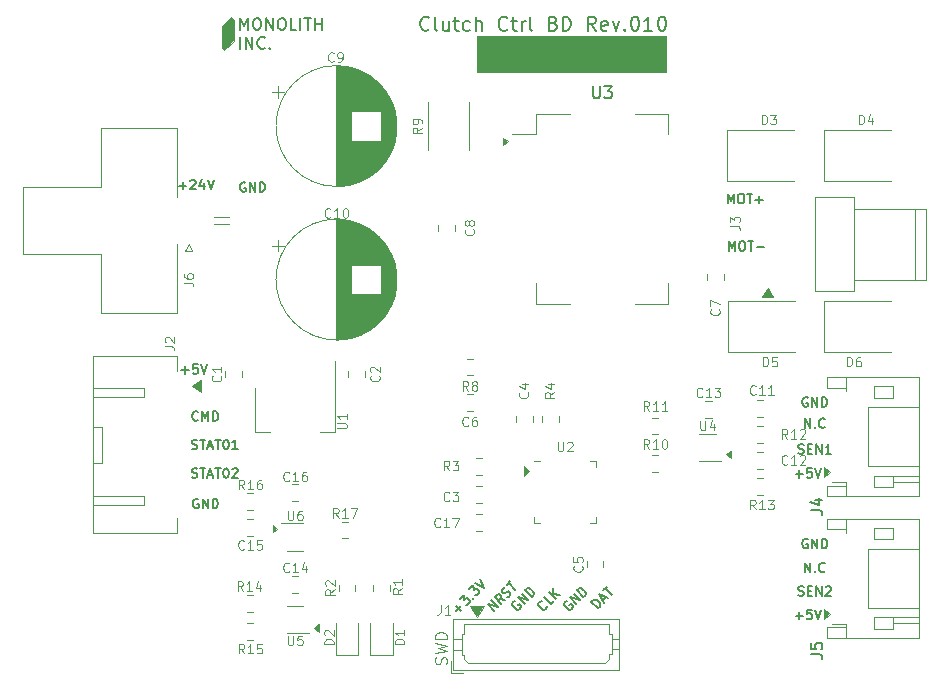
<source format=gbr>
%TF.GenerationSoftware,KiCad,Pcbnew,(5.1.6)-1*%
%TF.CreationDate,2021-10-22T00:30:08+09:00*%
%TF.ProjectId,Clutch_Ctrl_BD_Rev010,436c7574-6368-45f4-9374-726c5f42445f,rev?*%
%TF.SameCoordinates,PX5f5e100PY5f5e100*%
%TF.FileFunction,Legend,Top*%
%TF.FilePolarity,Positive*%
%FSLAX46Y46*%
G04 Gerber Fmt 4.6, Leading zero omitted, Abs format (unit mm)*
G04 Created by KiCad (PCBNEW (5.1.6)-1) date 2021-10-22 00:30:08*
%MOMM*%
%LPD*%
G01*
G04 APERTURE LIST*
%ADD10C,0.100000*%
%ADD11C,0.150000*%
%ADD12C,0.120000*%
G04 APERTURE END LIST*
D10*
G36*
X35000000Y45700000D02*
G01*
X34600000Y45400000D01*
X34600000Y46000000D01*
X35000000Y45700000D01*
G37*
X35000000Y45700000D02*
X34600000Y45400000D01*
X34600000Y46000000D01*
X35000000Y45700000D01*
G36*
X53900000Y18900000D02*
G01*
X53500000Y19200000D01*
X53900000Y19500000D01*
X53900000Y18900000D01*
G37*
X53900000Y18900000D02*
X53500000Y19200000D01*
X53900000Y19500000D01*
X53900000Y18900000D01*
G36*
X19000000Y4200000D02*
G01*
X18600000Y4500000D01*
X19000000Y4800000D01*
X19000000Y4200000D01*
G37*
X19000000Y4200000D02*
X18600000Y4500000D01*
X19000000Y4800000D01*
X19000000Y4200000D01*
G36*
X15500000Y12900000D02*
G01*
X15100000Y12600000D01*
X15100000Y13200000D01*
X15500000Y12900000D01*
G37*
X15500000Y12900000D02*
X15100000Y12600000D01*
X15100000Y13200000D01*
X15500000Y12900000D01*
D11*
X53714285Y36438096D02*
X53714285Y37238096D01*
X53980952Y36666667D01*
X54247619Y37238096D01*
X54247619Y36438096D01*
X54780952Y37238096D02*
X54933333Y37238096D01*
X55009523Y37200000D01*
X55085714Y37123810D01*
X55123809Y36971429D01*
X55123809Y36704762D01*
X55085714Y36552381D01*
X55009523Y36476191D01*
X54933333Y36438096D01*
X54780952Y36438096D01*
X54704761Y36476191D01*
X54628571Y36552381D01*
X54590476Y36704762D01*
X54590476Y36971429D01*
X54628571Y37123810D01*
X54704761Y37200000D01*
X54780952Y37238096D01*
X55352380Y37238096D02*
X55809523Y37238096D01*
X55580952Y36438096D02*
X55580952Y37238096D01*
X56076190Y36742858D02*
X56685714Y36742858D01*
X53614285Y40438096D02*
X53614285Y41238096D01*
X53880952Y40666667D01*
X54147619Y41238096D01*
X54147619Y40438096D01*
X54680952Y41238096D02*
X54833333Y41238096D01*
X54909523Y41200000D01*
X54985714Y41123810D01*
X55023809Y40971429D01*
X55023809Y40704762D01*
X54985714Y40552381D01*
X54909523Y40476191D01*
X54833333Y40438096D01*
X54680952Y40438096D01*
X54604761Y40476191D01*
X54528571Y40552381D01*
X54490476Y40704762D01*
X54490476Y40971429D01*
X54528571Y41123810D01*
X54604761Y41200000D01*
X54680952Y41238096D01*
X55252380Y41238096D02*
X55709523Y41238096D01*
X55480952Y40438096D02*
X55480952Y41238096D01*
X55976190Y40742858D02*
X56585714Y40742858D01*
X56280952Y40438096D02*
X56280952Y41047620D01*
X12790476Y42200000D02*
X12714285Y42238096D01*
X12600000Y42238096D01*
X12485714Y42200000D01*
X12409523Y42123810D01*
X12371428Y42047620D01*
X12333333Y41895239D01*
X12333333Y41780953D01*
X12371428Y41628572D01*
X12409523Y41552381D01*
X12485714Y41476191D01*
X12600000Y41438096D01*
X12676190Y41438096D01*
X12790476Y41476191D01*
X12828571Y41514286D01*
X12828571Y41780953D01*
X12676190Y41780953D01*
X13171428Y41438096D02*
X13171428Y42238096D01*
X13628571Y41438096D01*
X13628571Y42238096D01*
X14009523Y41438096D02*
X14009523Y42238096D01*
X14200000Y42238096D01*
X14314285Y42200000D01*
X14390476Y42123810D01*
X14428571Y42047620D01*
X14466666Y41895239D01*
X14466666Y41780953D01*
X14428571Y41628572D01*
X14390476Y41552381D01*
X14314285Y41476191D01*
X14200000Y41438096D01*
X14009523Y41438096D01*
X7190476Y41942858D02*
X7800000Y41942858D01*
X7495238Y41638096D02*
X7495238Y42247620D01*
X8142857Y42361905D02*
X8180952Y42400000D01*
X8257142Y42438096D01*
X8447619Y42438096D01*
X8523809Y42400000D01*
X8561904Y42361905D01*
X8600000Y42285715D01*
X8600000Y42209524D01*
X8561904Y42095239D01*
X8104761Y41638096D01*
X8600000Y41638096D01*
X9285714Y42171429D02*
X9285714Y41638096D01*
X9095238Y42476191D02*
X8904761Y41904762D01*
X9400000Y41904762D01*
X9590476Y42438096D02*
X9857142Y41638096D01*
X10123809Y42438096D01*
X59371428Y5542858D02*
X59980952Y5542858D01*
X59676190Y5238096D02*
X59676190Y5847620D01*
X60742857Y6038096D02*
X60361904Y6038096D01*
X60323809Y5657143D01*
X60361904Y5695239D01*
X60438095Y5733334D01*
X60628571Y5733334D01*
X60704761Y5695239D01*
X60742857Y5657143D01*
X60780952Y5580953D01*
X60780952Y5390477D01*
X60742857Y5314286D01*
X60704761Y5276191D01*
X60628571Y5238096D01*
X60438095Y5238096D01*
X60361904Y5276191D01*
X60323809Y5314286D01*
X61009523Y6038096D02*
X61276190Y5238096D01*
X61542857Y6038096D01*
X59609523Y7276191D02*
X59723809Y7238096D01*
X59914285Y7238096D01*
X59990476Y7276191D01*
X60028571Y7314286D01*
X60066666Y7390477D01*
X60066666Y7466667D01*
X60028571Y7542858D01*
X59990476Y7580953D01*
X59914285Y7619048D01*
X59761904Y7657143D01*
X59685714Y7695239D01*
X59647619Y7733334D01*
X59609523Y7809524D01*
X59609523Y7885715D01*
X59647619Y7961905D01*
X59685714Y8000000D01*
X59761904Y8038096D01*
X59952380Y8038096D01*
X60066666Y8000000D01*
X60409523Y7657143D02*
X60676190Y7657143D01*
X60790476Y7238096D02*
X60409523Y7238096D01*
X60409523Y8038096D01*
X60790476Y8038096D01*
X61133333Y7238096D02*
X61133333Y8038096D01*
X61590476Y7238096D01*
X61590476Y8038096D01*
X61933333Y7961905D02*
X61971428Y8000000D01*
X62047619Y8038096D01*
X62238095Y8038096D01*
X62314285Y8000000D01*
X62352380Y7961905D01*
X62390476Y7885715D01*
X62390476Y7809524D01*
X62352380Y7695239D01*
X61895238Y7238096D01*
X62390476Y7238096D01*
X60390476Y12000000D02*
X60314285Y12038096D01*
X60200000Y12038096D01*
X60085714Y12000000D01*
X60009523Y11923810D01*
X59971428Y11847620D01*
X59933333Y11695239D01*
X59933333Y11580953D01*
X59971428Y11428572D01*
X60009523Y11352381D01*
X60085714Y11276191D01*
X60200000Y11238096D01*
X60276190Y11238096D01*
X60390476Y11276191D01*
X60428571Y11314286D01*
X60428571Y11580953D01*
X60276190Y11580953D01*
X60771428Y11238096D02*
X60771428Y12038096D01*
X61228571Y11238096D01*
X61228571Y12038096D01*
X61609523Y11238096D02*
X61609523Y12038096D01*
X61800000Y12038096D01*
X61914285Y12000000D01*
X61990476Y11923810D01*
X62028571Y11847620D01*
X62066666Y11695239D01*
X62066666Y11580953D01*
X62028571Y11428572D01*
X61990476Y11352381D01*
X61914285Y11276191D01*
X61800000Y11238096D01*
X61609523Y11238096D01*
X60180952Y9238096D02*
X60180952Y10038096D01*
X60638095Y9238096D01*
X60638095Y10038096D01*
X61019047Y9314286D02*
X61057142Y9276191D01*
X61019047Y9238096D01*
X60980952Y9276191D01*
X61019047Y9314286D01*
X61019047Y9238096D01*
X61857142Y9314286D02*
X61819047Y9276191D01*
X61704761Y9238096D01*
X61628571Y9238096D01*
X61514285Y9276191D01*
X61438095Y9352381D01*
X61400000Y9428572D01*
X61361904Y9580953D01*
X61361904Y9695239D01*
X61400000Y9847620D01*
X61438095Y9923810D01*
X61514285Y10000000D01*
X61628571Y10038096D01*
X61704761Y10038096D01*
X61819047Y10000000D01*
X61857142Y9961905D01*
X59371428Y17542858D02*
X59980952Y17542858D01*
X59676190Y17238096D02*
X59676190Y17847620D01*
X60742857Y18038096D02*
X60361904Y18038096D01*
X60323809Y17657143D01*
X60361904Y17695239D01*
X60438095Y17733334D01*
X60628571Y17733334D01*
X60704761Y17695239D01*
X60742857Y17657143D01*
X60780952Y17580953D01*
X60780952Y17390477D01*
X60742857Y17314286D01*
X60704761Y17276191D01*
X60628571Y17238096D01*
X60438095Y17238096D01*
X60361904Y17276191D01*
X60323809Y17314286D01*
X61009523Y18038096D02*
X61276190Y17238096D01*
X61542857Y18038096D01*
X59609523Y19276191D02*
X59723809Y19238096D01*
X59914285Y19238096D01*
X59990476Y19276191D01*
X60028571Y19314286D01*
X60066666Y19390477D01*
X60066666Y19466667D01*
X60028571Y19542858D01*
X59990476Y19580953D01*
X59914285Y19619048D01*
X59761904Y19657143D01*
X59685714Y19695239D01*
X59647619Y19733334D01*
X59609523Y19809524D01*
X59609523Y19885715D01*
X59647619Y19961905D01*
X59685714Y20000000D01*
X59761904Y20038096D01*
X59952380Y20038096D01*
X60066666Y20000000D01*
X60409523Y19657143D02*
X60676190Y19657143D01*
X60790476Y19238096D02*
X60409523Y19238096D01*
X60409523Y20038096D01*
X60790476Y20038096D01*
X61133333Y19238096D02*
X61133333Y20038096D01*
X61590476Y19238096D01*
X61590476Y20038096D01*
X62390476Y19238096D02*
X61933333Y19238096D01*
X62161904Y19238096D02*
X62161904Y20038096D01*
X62085714Y19923810D01*
X62009523Y19847620D01*
X61933333Y19809524D01*
X60180952Y21438096D02*
X60180952Y22238096D01*
X60638095Y21438096D01*
X60638095Y22238096D01*
X61019047Y21514286D02*
X61057142Y21476191D01*
X61019047Y21438096D01*
X60980952Y21476191D01*
X61019047Y21514286D01*
X61019047Y21438096D01*
X61857142Y21514286D02*
X61819047Y21476191D01*
X61704761Y21438096D01*
X61628571Y21438096D01*
X61514285Y21476191D01*
X61438095Y21552381D01*
X61400000Y21628572D01*
X61361904Y21780953D01*
X61361904Y21895239D01*
X61400000Y22047620D01*
X61438095Y22123810D01*
X61514285Y22200000D01*
X61628571Y22238096D01*
X61704761Y22238096D01*
X61819047Y22200000D01*
X61857142Y22161905D01*
X60390476Y24000000D02*
X60314285Y24038096D01*
X60200000Y24038096D01*
X60085714Y24000000D01*
X60009523Y23923810D01*
X59971428Y23847620D01*
X59933333Y23695239D01*
X59933333Y23580953D01*
X59971428Y23428572D01*
X60009523Y23352381D01*
X60085714Y23276191D01*
X60200000Y23238096D01*
X60276190Y23238096D01*
X60390476Y23276191D01*
X60428571Y23314286D01*
X60428571Y23580953D01*
X60276190Y23580953D01*
X60771428Y23238096D02*
X60771428Y24038096D01*
X61228571Y23238096D01*
X61228571Y24038096D01*
X61609523Y23238096D02*
X61609523Y24038096D01*
X61800000Y24038096D01*
X61914285Y24000000D01*
X61990476Y23923810D01*
X62028571Y23847620D01*
X62066666Y23695239D01*
X62066666Y23580953D01*
X62028571Y23428572D01*
X61990476Y23352381D01*
X61914285Y23276191D01*
X61800000Y23238096D01*
X61609523Y23238096D01*
X30644036Y5963224D02*
X31075034Y6394223D01*
X31075034Y5963224D02*
X30644036Y6394223D01*
X30940347Y6959908D02*
X31290533Y7310094D01*
X31317471Y6906033D01*
X31398283Y6986846D01*
X31479095Y7013783D01*
X31532970Y7013783D01*
X31613782Y6986846D01*
X31748469Y6852159D01*
X31775406Y6771346D01*
X31775406Y6717472D01*
X31748469Y6636659D01*
X31586845Y6475035D01*
X31506032Y6448098D01*
X31452158Y6448098D01*
X32044780Y7040720D02*
X32098655Y7040720D01*
X32098655Y6986846D01*
X32044780Y6986846D01*
X32044780Y7040720D01*
X32098655Y6986846D01*
X31748469Y7768030D02*
X32098655Y8118216D01*
X32125593Y7714155D01*
X32206405Y7794968D01*
X32287217Y7821905D01*
X32341092Y7821905D01*
X32421904Y7794968D01*
X32556591Y7660281D01*
X32583528Y7579468D01*
X32583528Y7525594D01*
X32556591Y7444781D01*
X32394967Y7283157D01*
X32314154Y7256220D01*
X32260280Y7256220D01*
X32260280Y8279841D02*
X33014527Y7902717D01*
X32637403Y8656964D01*
X33859535Y5947725D02*
X33293849Y6513411D01*
X34182784Y6270974D01*
X33617098Y6836659D01*
X34775406Y6863597D02*
X34317471Y6944409D01*
X34452158Y6540348D02*
X33886472Y7106033D01*
X34101971Y7321533D01*
X34182784Y7348470D01*
X34236658Y7348470D01*
X34317471Y7321533D01*
X34398283Y7240720D01*
X34425220Y7159908D01*
X34425220Y7106033D01*
X34398283Y7025221D01*
X34182784Y6809722D01*
X34963968Y7106033D02*
X35071718Y7159908D01*
X35206405Y7294595D01*
X35233342Y7375407D01*
X35233342Y7429282D01*
X35206405Y7510094D01*
X35152530Y7563969D01*
X35071718Y7590907D01*
X35017843Y7590907D01*
X34937031Y7563969D01*
X34802344Y7483157D01*
X34721532Y7456220D01*
X34667657Y7456220D01*
X34586845Y7483157D01*
X34532970Y7537032D01*
X34506032Y7617844D01*
X34506032Y7671719D01*
X34532970Y7752531D01*
X34667657Y7887218D01*
X34775406Y7941093D01*
X34910093Y8129655D02*
X35233342Y8452903D01*
X35637403Y7725594D02*
X35071718Y8291279D01*
X35617098Y6782785D02*
X35536286Y6755847D01*
X35455474Y6675035D01*
X35401599Y6567285D01*
X35401599Y6459536D01*
X35428536Y6378724D01*
X35509349Y6244037D01*
X35590161Y6163224D01*
X35724848Y6082412D01*
X35805660Y6055475D01*
X35913410Y6055475D01*
X36021159Y6109350D01*
X36075034Y6163224D01*
X36128909Y6270974D01*
X36128909Y6324849D01*
X35940347Y6513411D01*
X35832597Y6405661D01*
X36425220Y6513411D02*
X35859535Y7079096D01*
X36748469Y6836659D01*
X36182784Y7402345D01*
X37017843Y7106033D02*
X36452158Y7671719D01*
X36586845Y7806406D01*
X36694594Y7860281D01*
X36802344Y7860281D01*
X36883156Y7833343D01*
X37017843Y7752531D01*
X37098655Y7671719D01*
X37179467Y7537032D01*
X37206405Y7456220D01*
X37206405Y7348470D01*
X37152530Y7240720D01*
X37017843Y7106033D01*
X40017098Y6782785D02*
X39936286Y6755847D01*
X39855474Y6675035D01*
X39801599Y6567285D01*
X39801599Y6459536D01*
X39828536Y6378724D01*
X39909349Y6244037D01*
X39990161Y6163224D01*
X40124848Y6082412D01*
X40205660Y6055475D01*
X40313410Y6055475D01*
X40421159Y6109350D01*
X40475034Y6163224D01*
X40528909Y6270974D01*
X40528909Y6324849D01*
X40340347Y6513411D01*
X40232597Y6405661D01*
X40825220Y6513411D02*
X40259535Y7079096D01*
X41148469Y6836659D01*
X40582784Y7402345D01*
X41417843Y7106033D02*
X40852158Y7671719D01*
X40986845Y7806406D01*
X41094594Y7860281D01*
X41202344Y7860281D01*
X41283156Y7833343D01*
X41417843Y7752531D01*
X41498655Y7671719D01*
X41579467Y7537032D01*
X41606405Y7456220D01*
X41606405Y7348470D01*
X41552530Y7240720D01*
X41417843Y7106033D01*
X8790476Y15400000D02*
X8714285Y15438096D01*
X8600000Y15438096D01*
X8485714Y15400000D01*
X8409523Y15323810D01*
X8371428Y15247620D01*
X8333333Y15095239D01*
X8333333Y14980953D01*
X8371428Y14828572D01*
X8409523Y14752381D01*
X8485714Y14676191D01*
X8600000Y14638096D01*
X8676190Y14638096D01*
X8790476Y14676191D01*
X8828571Y14714286D01*
X8828571Y14980953D01*
X8676190Y14980953D01*
X9171428Y14638096D02*
X9171428Y15438096D01*
X9628571Y14638096D01*
X9628571Y15438096D01*
X10009523Y14638096D02*
X10009523Y15438096D01*
X10200000Y15438096D01*
X10314285Y15400000D01*
X10390476Y15323810D01*
X10428571Y15247620D01*
X10466666Y15095239D01*
X10466666Y14980953D01*
X10428571Y14828572D01*
X10390476Y14752381D01*
X10314285Y14676191D01*
X10200000Y14638096D01*
X10009523Y14638096D01*
X7371428Y26342858D02*
X7980952Y26342858D01*
X7676190Y26038096D02*
X7676190Y26647620D01*
X8742857Y26838096D02*
X8361904Y26838096D01*
X8323809Y26457143D01*
X8361904Y26495239D01*
X8438095Y26533334D01*
X8628571Y26533334D01*
X8704761Y26495239D01*
X8742857Y26457143D01*
X8780952Y26380953D01*
X8780952Y26190477D01*
X8742857Y26114286D01*
X8704761Y26076191D01*
X8628571Y26038096D01*
X8438095Y26038096D01*
X8361904Y26076191D01*
X8323809Y26114286D01*
X9009523Y26838096D02*
X9276190Y26038096D01*
X9542857Y26838096D01*
X8257142Y17276191D02*
X8371428Y17238096D01*
X8561904Y17238096D01*
X8638095Y17276191D01*
X8676190Y17314286D01*
X8714285Y17390477D01*
X8714285Y17466667D01*
X8676190Y17542858D01*
X8638095Y17580953D01*
X8561904Y17619048D01*
X8409523Y17657143D01*
X8333333Y17695239D01*
X8295238Y17733334D01*
X8257142Y17809524D01*
X8257142Y17885715D01*
X8295238Y17961905D01*
X8333333Y18000000D01*
X8409523Y18038096D01*
X8600000Y18038096D01*
X8714285Y18000000D01*
X8942857Y18038096D02*
X9400000Y18038096D01*
X9171428Y17238096D02*
X9171428Y18038096D01*
X9628571Y17466667D02*
X10009523Y17466667D01*
X9552380Y17238096D02*
X9819047Y18038096D01*
X10085714Y17238096D01*
X10238095Y18038096D02*
X10695238Y18038096D01*
X10466666Y17238096D02*
X10466666Y18038096D01*
X11114285Y18038096D02*
X11190476Y18038096D01*
X11266666Y18000000D01*
X11304761Y17961905D01*
X11342857Y17885715D01*
X11380952Y17733334D01*
X11380952Y17542858D01*
X11342857Y17390477D01*
X11304761Y17314286D01*
X11266666Y17276191D01*
X11190476Y17238096D01*
X11114285Y17238096D01*
X11038095Y17276191D01*
X11000000Y17314286D01*
X10961904Y17390477D01*
X10923809Y17542858D01*
X10923809Y17733334D01*
X10961904Y17885715D01*
X11000000Y17961905D01*
X11038095Y18000000D01*
X11114285Y18038096D01*
X11685714Y17961905D02*
X11723809Y18000000D01*
X11800000Y18038096D01*
X11990476Y18038096D01*
X12066666Y18000000D01*
X12104761Y17961905D01*
X12142857Y17885715D01*
X12142857Y17809524D01*
X12104761Y17695239D01*
X11647619Y17238096D01*
X12142857Y17238096D01*
X8257142Y19676191D02*
X8371428Y19638096D01*
X8561904Y19638096D01*
X8638095Y19676191D01*
X8676190Y19714286D01*
X8714285Y19790477D01*
X8714285Y19866667D01*
X8676190Y19942858D01*
X8638095Y19980953D01*
X8561904Y20019048D01*
X8409523Y20057143D01*
X8333333Y20095239D01*
X8295238Y20133334D01*
X8257142Y20209524D01*
X8257142Y20285715D01*
X8295238Y20361905D01*
X8333333Y20400000D01*
X8409523Y20438096D01*
X8600000Y20438096D01*
X8714285Y20400000D01*
X8942857Y20438096D02*
X9400000Y20438096D01*
X9171428Y19638096D02*
X9171428Y20438096D01*
X9628571Y19866667D02*
X10009523Y19866667D01*
X9552380Y19638096D02*
X9819047Y20438096D01*
X10085714Y19638096D01*
X10238095Y20438096D02*
X10695238Y20438096D01*
X10466666Y19638096D02*
X10466666Y20438096D01*
X11114285Y20438096D02*
X11190476Y20438096D01*
X11266666Y20400000D01*
X11304761Y20361905D01*
X11342857Y20285715D01*
X11380952Y20133334D01*
X11380952Y19942858D01*
X11342857Y19790477D01*
X11304761Y19714286D01*
X11266666Y19676191D01*
X11190476Y19638096D01*
X11114285Y19638096D01*
X11038095Y19676191D01*
X11000000Y19714286D01*
X10961904Y19790477D01*
X10923809Y19942858D01*
X10923809Y20133334D01*
X10961904Y20285715D01*
X11000000Y20361905D01*
X11038095Y20400000D01*
X11114285Y20438096D01*
X12142857Y19638096D02*
X11685714Y19638096D01*
X11914285Y19638096D02*
X11914285Y20438096D01*
X11838095Y20323810D01*
X11761904Y20247620D01*
X11685714Y20209524D01*
X8790476Y22114286D02*
X8752380Y22076191D01*
X8638095Y22038096D01*
X8561904Y22038096D01*
X8447619Y22076191D01*
X8371428Y22152381D01*
X8333333Y22228572D01*
X8295238Y22380953D01*
X8295238Y22495239D01*
X8333333Y22647620D01*
X8371428Y22723810D01*
X8447619Y22800000D01*
X8561904Y22838096D01*
X8638095Y22838096D01*
X8752380Y22800000D01*
X8790476Y22761905D01*
X9133333Y22038096D02*
X9133333Y22838096D01*
X9400000Y22266667D01*
X9666666Y22838096D01*
X9666666Y22038096D01*
X10047619Y22038096D02*
X10047619Y22838096D01*
X10238095Y22838096D01*
X10352380Y22800000D01*
X10428571Y22723810D01*
X10466666Y22647620D01*
X10504761Y22495239D01*
X10504761Y22380953D01*
X10466666Y22228572D01*
X10428571Y22152381D01*
X10352380Y22076191D01*
X10238095Y22038096D01*
X10047619Y22038096D01*
X42659535Y6147725D02*
X42093849Y6713411D01*
X42228536Y6848098D01*
X42336286Y6901972D01*
X42444036Y6901972D01*
X42524848Y6875035D01*
X42659535Y6794223D01*
X42740347Y6713411D01*
X42821159Y6578724D01*
X42848097Y6497911D01*
X42848097Y6390162D01*
X42794222Y6282412D01*
X42659535Y6147725D01*
X43036658Y6848098D02*
X43306032Y7117472D01*
X43144408Y6632598D02*
X42767284Y7386846D01*
X43521532Y7009722D01*
X43063596Y7683157D02*
X43386845Y8006406D01*
X43790906Y7279096D02*
X43225220Y7844781D01*
X38328909Y6324849D02*
X38328909Y6270974D01*
X38275034Y6163224D01*
X38221159Y6109350D01*
X38113410Y6055475D01*
X38005660Y6055475D01*
X37924848Y6082412D01*
X37790161Y6163224D01*
X37709349Y6244037D01*
X37628536Y6378724D01*
X37601599Y6459536D01*
X37601599Y6567285D01*
X37655474Y6675035D01*
X37709349Y6728910D01*
X37817098Y6782785D01*
X37870973Y6782785D01*
X38894594Y6782785D02*
X38625220Y6513411D01*
X38059535Y7079096D01*
X39083156Y6971346D02*
X38517471Y7537032D01*
X39406405Y7294595D02*
X38840719Y7375407D01*
X38840719Y7860281D02*
X38840719Y7213783D01*
D12*
X29804761Y1442858D02*
X29852380Y1585715D01*
X29852380Y1823810D01*
X29804761Y1919048D01*
X29757142Y1966667D01*
X29661904Y2014286D01*
X29566666Y2014286D01*
X29471428Y1966667D01*
X29423809Y1919048D01*
X29376190Y1823810D01*
X29328571Y1633334D01*
X29280952Y1538096D01*
X29233333Y1490477D01*
X29138095Y1442858D01*
X29042857Y1442858D01*
X28947619Y1490477D01*
X28900000Y1538096D01*
X28852380Y1633334D01*
X28852380Y1871429D01*
X28900000Y2014286D01*
X28852380Y2347620D02*
X29852380Y2585715D01*
X29138095Y2776191D01*
X29852380Y2966667D01*
X28852380Y3204762D01*
X29852380Y3585715D02*
X28852380Y3585715D01*
X28852380Y3823810D01*
X28900000Y3966667D01*
X28995238Y4061905D01*
X29090476Y4109524D01*
X29280952Y4157143D01*
X29423809Y4157143D01*
X29614285Y4109524D01*
X29709523Y4061905D01*
X29804761Y3966667D01*
X29852380Y3823810D01*
X29852380Y3585715D01*
D10*
G36*
X36800000Y17800000D02*
G01*
X36400000Y17400000D01*
X36400000Y18200000D01*
X36800000Y17800000D01*
G37*
X36800000Y17800000D02*
X36400000Y17400000D01*
X36400000Y18200000D01*
X36800000Y17800000D01*
G36*
X48400000Y51600000D02*
G01*
X32400000Y51600000D01*
X32400000Y54600000D01*
X48400000Y54600000D01*
X48400000Y51600000D01*
G37*
X48400000Y51600000D02*
X32400000Y51600000D01*
X32400000Y54600000D01*
X48400000Y54600000D01*
X48400000Y51600000D01*
D11*
X28342857Y55171429D02*
X28285714Y55114286D01*
X28114285Y55057143D01*
X28000000Y55057143D01*
X27828571Y55114286D01*
X27714285Y55228572D01*
X27657142Y55342858D01*
X27600000Y55571429D01*
X27600000Y55742858D01*
X27657142Y55971429D01*
X27714285Y56085715D01*
X27828571Y56200000D01*
X28000000Y56257143D01*
X28114285Y56257143D01*
X28285714Y56200000D01*
X28342857Y56142858D01*
X29028571Y55057143D02*
X28914285Y55114286D01*
X28857142Y55228572D01*
X28857142Y56257143D01*
X30000000Y55857143D02*
X30000000Y55057143D01*
X29485714Y55857143D02*
X29485714Y55228572D01*
X29542857Y55114286D01*
X29657142Y55057143D01*
X29828571Y55057143D01*
X29942857Y55114286D01*
X30000000Y55171429D01*
X30400000Y55857143D02*
X30857142Y55857143D01*
X30571428Y56257143D02*
X30571428Y55228572D01*
X30628571Y55114286D01*
X30742857Y55057143D01*
X30857142Y55057143D01*
X31771428Y55114286D02*
X31657142Y55057143D01*
X31428571Y55057143D01*
X31314285Y55114286D01*
X31257142Y55171429D01*
X31200000Y55285715D01*
X31200000Y55628572D01*
X31257142Y55742858D01*
X31314285Y55800000D01*
X31428571Y55857143D01*
X31657142Y55857143D01*
X31771428Y55800000D01*
X32285714Y55057143D02*
X32285714Y56257143D01*
X32800000Y55057143D02*
X32800000Y55685715D01*
X32742857Y55800000D01*
X32628571Y55857143D01*
X32457142Y55857143D01*
X32342857Y55800000D01*
X32285714Y55742858D01*
X34971428Y55171429D02*
X34914285Y55114286D01*
X34742857Y55057143D01*
X34628571Y55057143D01*
X34457142Y55114286D01*
X34342857Y55228572D01*
X34285714Y55342858D01*
X34228571Y55571429D01*
X34228571Y55742858D01*
X34285714Y55971429D01*
X34342857Y56085715D01*
X34457142Y56200000D01*
X34628571Y56257143D01*
X34742857Y56257143D01*
X34914285Y56200000D01*
X34971428Y56142858D01*
X35314285Y55857143D02*
X35771428Y55857143D01*
X35485714Y56257143D02*
X35485714Y55228572D01*
X35542857Y55114286D01*
X35657142Y55057143D01*
X35771428Y55057143D01*
X36171428Y55057143D02*
X36171428Y55857143D01*
X36171428Y55628572D02*
X36228571Y55742858D01*
X36285714Y55800000D01*
X36400000Y55857143D01*
X36514285Y55857143D01*
X37085714Y55057143D02*
X36971428Y55114286D01*
X36914285Y55228572D01*
X36914285Y56257143D01*
X38857142Y55685715D02*
X39028571Y55628572D01*
X39085714Y55571429D01*
X39142857Y55457143D01*
X39142857Y55285715D01*
X39085714Y55171429D01*
X39028571Y55114286D01*
X38914285Y55057143D01*
X38457142Y55057143D01*
X38457142Y56257143D01*
X38857142Y56257143D01*
X38971428Y56200000D01*
X39028571Y56142858D01*
X39085714Y56028572D01*
X39085714Y55914286D01*
X39028571Y55800000D01*
X38971428Y55742858D01*
X38857142Y55685715D01*
X38457142Y55685715D01*
X39657142Y55057143D02*
X39657142Y56257143D01*
X39942857Y56257143D01*
X40114285Y56200000D01*
X40228571Y56085715D01*
X40285714Y55971429D01*
X40342857Y55742858D01*
X40342857Y55571429D01*
X40285714Y55342858D01*
X40228571Y55228572D01*
X40114285Y55114286D01*
X39942857Y55057143D01*
X39657142Y55057143D01*
X42457142Y55057143D02*
X42057142Y55628572D01*
X41771428Y55057143D02*
X41771428Y56257143D01*
X42228571Y56257143D01*
X42342857Y56200000D01*
X42400000Y56142858D01*
X42457142Y56028572D01*
X42457142Y55857143D01*
X42400000Y55742858D01*
X42342857Y55685715D01*
X42228571Y55628572D01*
X41771428Y55628572D01*
X43428571Y55114286D02*
X43314285Y55057143D01*
X43085714Y55057143D01*
X42971428Y55114286D01*
X42914285Y55228572D01*
X42914285Y55685715D01*
X42971428Y55800000D01*
X43085714Y55857143D01*
X43314285Y55857143D01*
X43428571Y55800000D01*
X43485714Y55685715D01*
X43485714Y55571429D01*
X42914285Y55457143D01*
X43885714Y55857143D02*
X44171428Y55057143D01*
X44457142Y55857143D01*
X44914285Y55171429D02*
X44971428Y55114286D01*
X44914285Y55057143D01*
X44857142Y55114286D01*
X44914285Y55171429D01*
X44914285Y55057143D01*
X45714285Y56257143D02*
X45828571Y56257143D01*
X45942857Y56200000D01*
X46000000Y56142858D01*
X46057142Y56028572D01*
X46114285Y55800000D01*
X46114285Y55514286D01*
X46057142Y55285715D01*
X46000000Y55171429D01*
X45942857Y55114286D01*
X45828571Y55057143D01*
X45714285Y55057143D01*
X45600000Y55114286D01*
X45542857Y55171429D01*
X45485714Y55285715D01*
X45428571Y55514286D01*
X45428571Y55800000D01*
X45485714Y56028572D01*
X45542857Y56142858D01*
X45600000Y56200000D01*
X45714285Y56257143D01*
X47257142Y55057143D02*
X46571428Y55057143D01*
X46914285Y55057143D02*
X46914285Y56257143D01*
X46800000Y56085715D01*
X46685714Y55971429D01*
X46571428Y55914286D01*
X48000000Y56257143D02*
X48114285Y56257143D01*
X48228571Y56200000D01*
X48285714Y56142858D01*
X48342857Y56028572D01*
X48400000Y55800000D01*
X48400000Y55514286D01*
X48342857Y55285715D01*
X48285714Y55171429D01*
X48228571Y55114286D01*
X48114285Y55057143D01*
X48000000Y55057143D01*
X47885714Y55114286D01*
X47828571Y55171429D01*
X47771428Y55285715D01*
X47714285Y55514286D01*
X47714285Y55800000D01*
X47771428Y56028572D01*
X47828571Y56142858D01*
X47885714Y56200000D01*
X48000000Y56257143D01*
D12*
%TO.C,J1*%
X30200000Y700000D02*
X31200000Y700000D01*
X30200000Y700000D02*
X30200000Y1700000D01*
X43600000Y4800000D02*
X35525000Y4800000D01*
X43600000Y4000000D02*
X43600000Y4800000D01*
X43800000Y4000000D02*
X43600000Y4000000D01*
X43800000Y2300000D02*
X43800000Y4000000D01*
X43600000Y2300000D02*
X43800000Y2300000D01*
X43600000Y1900000D02*
X43600000Y2300000D01*
X35525000Y1500000D02*
X43200000Y1500000D01*
X31300000Y4800000D02*
X35525000Y4800000D01*
X31300000Y4000000D02*
X31300000Y4800000D01*
X31100000Y4000000D02*
X31300000Y4000000D01*
X31100000Y2200000D02*
X31100000Y4000000D01*
X31300000Y2200000D02*
X31100000Y2200000D01*
X31300000Y1900000D02*
X31300000Y2200000D01*
X35525000Y1500000D02*
X31600000Y1500000D01*
X44400000Y5300000D02*
X30400000Y5300000D01*
X44400000Y900000D02*
X44400000Y5300000D01*
X30400000Y900000D02*
X44400000Y900000D01*
X30400000Y5300000D02*
X30400000Y900000D01*
X31600000Y1500000D02*
X31300000Y1900000D01*
X43200000Y1500000D02*
X43600000Y1900000D01*
X30400000Y2600000D02*
X31100000Y2600000D01*
X43800000Y3600000D02*
X44400000Y3600000D01*
X44400000Y3600000D02*
X44400000Y2700000D01*
X44400000Y2700000D02*
X43800000Y2700000D01*
X31100000Y3600000D02*
X30400000Y3600000D01*
D10*
G36*
X32400000Y5400000D02*
G01*
X31800000Y6400000D01*
X33000000Y6400000D01*
X32400000Y5400000D01*
G37*
X32400000Y5400000D02*
X31800000Y6400000D01*
X33000000Y6400000D01*
X32400000Y5400000D01*
D12*
%TO.C,U2*%
X41985000Y18610000D02*
X42460000Y18610000D01*
X42460000Y18610000D02*
X42460000Y18135000D01*
X37715000Y13390000D02*
X37240000Y13390000D01*
X37240000Y13390000D02*
X37240000Y13865000D01*
X41985000Y13390000D02*
X42460000Y13390000D01*
X42460000Y13390000D02*
X42460000Y13865000D01*
X37715000Y18610000D02*
X37240000Y18610000D01*
%TO.C,C17*%
X32858578Y12690000D02*
X32341422Y12690000D01*
X32858578Y14110000D02*
X32341422Y14110000D01*
%TO.C,J6*%
X-6010000Y39000000D02*
X-6010000Y36190000D01*
X-6010000Y36190000D02*
X590000Y36190000D01*
X590000Y36190000D02*
X590000Y31190000D01*
X590000Y31190000D02*
X7010000Y31190000D01*
X7010000Y31190000D02*
X7010000Y37000000D01*
X-6010000Y39000000D02*
X-6010000Y41810000D01*
X-6010000Y41810000D02*
X590000Y41810000D01*
X590000Y41810000D02*
X590000Y46810000D01*
X590000Y46810000D02*
X7010000Y46810000D01*
X7010000Y46810000D02*
X7010000Y41000000D01*
X10110000Y38700000D02*
X11390000Y38700000D01*
X10110000Y39300000D02*
X11390000Y39300000D01*
X8000000Y37000000D02*
X8300000Y36400000D01*
X8300000Y36400000D02*
X7700000Y36400000D01*
X7700000Y36400000D02*
X8000000Y37000000D01*
D10*
%TO.C,J5*%
G36*
X62300000Y5700000D02*
G01*
X61800000Y5300000D01*
X61800000Y6100000D01*
X62300000Y5700000D01*
G37*
X62300000Y5700000D02*
X61800000Y5300000D01*
X61800000Y6100000D01*
X62300000Y5700000D01*
D12*
X63640000Y4840000D02*
X63640000Y4560000D01*
X63640000Y4560000D02*
X62040000Y4560000D01*
X62040000Y4560000D02*
X62040000Y3640000D01*
X62040000Y3640000D02*
X69860000Y3640000D01*
X69860000Y3640000D02*
X69860000Y13760000D01*
X69860000Y13760000D02*
X62040000Y13760000D01*
X62040000Y13760000D02*
X62040000Y12840000D01*
X62040000Y12840000D02*
X63640000Y12840000D01*
X63640000Y12840000D02*
X63640000Y12560000D01*
X69860000Y6200000D02*
X65500000Y6200000D01*
X65500000Y6200000D02*
X65500000Y11200000D01*
X65500000Y11200000D02*
X69860000Y11200000D01*
X63640000Y3640000D02*
X63640000Y4560000D01*
X63640000Y13760000D02*
X63640000Y12840000D01*
X66000000Y4400000D02*
X67600000Y4400000D01*
X67600000Y4400000D02*
X67600000Y5400000D01*
X67600000Y5400000D02*
X66000000Y5400000D01*
X66000000Y5400000D02*
X66000000Y4400000D01*
X66000000Y13000000D02*
X67600000Y13000000D01*
X67600000Y13000000D02*
X67600000Y12000000D01*
X67600000Y12000000D02*
X66000000Y12000000D01*
X66000000Y12000000D02*
X66000000Y13000000D01*
X67600000Y5400000D02*
X69860000Y5400000D01*
X67600000Y4900000D02*
X69860000Y4900000D01*
X63640000Y4840000D02*
X62425000Y4840000D01*
D10*
%TO.C,J4*%
G36*
X62300000Y17700000D02*
G01*
X61800000Y17300000D01*
X61800000Y18100000D01*
X62300000Y17700000D01*
G37*
X62300000Y17700000D02*
X61800000Y17300000D01*
X61800000Y18100000D01*
X62300000Y17700000D01*
D12*
X63640000Y16840000D02*
X63640000Y16560000D01*
X63640000Y16560000D02*
X62040000Y16560000D01*
X62040000Y16560000D02*
X62040000Y15640000D01*
X62040000Y15640000D02*
X69860000Y15640000D01*
X69860000Y15640000D02*
X69860000Y25760000D01*
X69860000Y25760000D02*
X62040000Y25760000D01*
X62040000Y25760000D02*
X62040000Y24840000D01*
X62040000Y24840000D02*
X63640000Y24840000D01*
X63640000Y24840000D02*
X63640000Y24560000D01*
X69860000Y18200000D02*
X65500000Y18200000D01*
X65500000Y18200000D02*
X65500000Y23200000D01*
X65500000Y23200000D02*
X69860000Y23200000D01*
X63640000Y15640000D02*
X63640000Y16560000D01*
X63640000Y25760000D02*
X63640000Y24840000D01*
X66000000Y16400000D02*
X67600000Y16400000D01*
X67600000Y16400000D02*
X67600000Y17400000D01*
X67600000Y17400000D02*
X66000000Y17400000D01*
X66000000Y17400000D02*
X66000000Y16400000D01*
X66000000Y25000000D02*
X67600000Y25000000D01*
X67600000Y25000000D02*
X67600000Y24000000D01*
X67600000Y24000000D02*
X66000000Y24000000D01*
X66000000Y24000000D02*
X66000000Y25000000D01*
X67600000Y17400000D02*
X69860000Y17400000D01*
X67600000Y16900000D02*
X69860000Y16900000D01*
X63640000Y16840000D02*
X62425000Y16840000D01*
%TO.C,U3*%
X48600000Y48050000D02*
X48600000Y46300000D01*
X48600000Y31950000D02*
X48600000Y33700000D01*
X40250000Y31950000D02*
X37400000Y31950000D01*
X37400000Y31950000D02*
X37400000Y33700000D01*
X48600000Y48050000D02*
X45750000Y48050000D01*
X37400000Y48050000D02*
X37400000Y46300000D01*
X37400000Y46300000D02*
X35400000Y46300000D01*
X40250000Y48050000D02*
X37400000Y48050000D01*
X48600000Y31950000D02*
X45750000Y31950000D01*
%TO.C,U6*%
X17700000Y13360000D02*
X15800000Y13360000D01*
X16300000Y11040000D02*
X17700000Y11040000D01*
%TO.C,U5*%
X16300000Y4040000D02*
X18200000Y4040000D01*
X17700000Y6360000D02*
X16300000Y6360000D01*
%TO.C,U4*%
X51200000Y18640000D02*
X53100000Y18640000D01*
X52600000Y20960000D02*
X51200000Y20960000D01*
%TO.C,U1*%
X13590000Y21090000D02*
X14850000Y21090000D01*
X20410000Y21090000D02*
X19150000Y21090000D01*
X13590000Y24850000D02*
X13590000Y21090000D01*
X20410000Y27100000D02*
X20410000Y21090000D01*
%TO.C,R17*%
X21458578Y12090000D02*
X20941422Y12090000D01*
X21458578Y13510000D02*
X20941422Y13510000D01*
%TO.C,R16*%
X12941422Y15910000D02*
X13458578Y15910000D01*
X12941422Y14490000D02*
X13458578Y14490000D01*
%TO.C,R15*%
X12941422Y4910000D02*
X13458578Y4910000D01*
X12941422Y3490000D02*
X13458578Y3490000D01*
%TO.C,R14*%
X12941422Y7310000D02*
X13458578Y7310000D01*
X12941422Y5890000D02*
X13458578Y5890000D01*
%TO.C,R13*%
X56658578Y15790000D02*
X56141422Y15790000D01*
X56658578Y17210000D02*
X56141422Y17210000D01*
%TO.C,R12*%
X56658578Y20190000D02*
X56141422Y20190000D01*
X56658578Y21610000D02*
X56141422Y21610000D01*
%TO.C,R11*%
X47241422Y22310000D02*
X47758578Y22310000D01*
X47241422Y20890000D02*
X47758578Y20890000D01*
%TO.C,R10*%
X47241422Y19110000D02*
X47758578Y19110000D01*
X47241422Y17690000D02*
X47758578Y17690000D01*
%TO.C,R9*%
X28290000Y44947936D02*
X28290000Y49052064D01*
X31710000Y44947936D02*
X31710000Y49052064D01*
%TO.C,R8*%
X32058578Y25890000D02*
X31541422Y25890000D01*
X32058578Y27310000D02*
X31541422Y27310000D01*
%TO.C,R4*%
X37890000Y21941422D02*
X37890000Y22458578D01*
X39310000Y21941422D02*
X39310000Y22458578D01*
%TO.C,R3*%
X32858578Y17490000D02*
X32341422Y17490000D01*
X32858578Y18910000D02*
X32341422Y18910000D01*
%TO.C,R2*%
X22110000Y8158578D02*
X22110000Y7641422D01*
X20690000Y8158578D02*
X20690000Y7641422D01*
%TO.C,R1*%
X25010000Y8158578D02*
X25010000Y7641422D01*
X23590000Y8158578D02*
X23590000Y7641422D01*
%TO.C,J3*%
X61000000Y33000000D02*
X61000000Y41000000D01*
X61000000Y41000000D02*
X64300000Y41000000D01*
X64300000Y41000000D02*
X64300000Y33000000D01*
X64300000Y33000000D02*
X61000000Y33000000D01*
X64300000Y34000000D02*
X70400000Y34000000D01*
X70400000Y34000000D02*
X70400000Y40000000D01*
X70400000Y40000000D02*
X64300000Y40000000D01*
X69500000Y34000000D02*
X69500000Y40000000D01*
D10*
G36*
X57000000Y33250000D02*
G01*
X57500000Y32500000D01*
X56500000Y32500000D01*
X57000000Y33250000D01*
G37*
X57000000Y33250000D02*
X57500000Y32500000D01*
X56500000Y32500000D01*
X57000000Y33250000D01*
%TO.C,J2*%
G36*
X8250000Y25000000D02*
G01*
X9000000Y25500000D01*
X9000000Y24500000D01*
X8250000Y25000000D01*
G37*
X8250000Y25000000D02*
X9000000Y25500000D01*
X9000000Y24500000D01*
X8250000Y25000000D01*
D12*
X4206000Y14920000D02*
X-112000Y14920000D01*
X4206000Y15682000D02*
X4206000Y14920000D01*
X-112000Y15682000D02*
X4206000Y15682000D01*
X4206000Y24064000D02*
X-112000Y24064000D01*
X4206000Y24826000D02*
X4206000Y24064000D01*
X-112000Y24826000D02*
X4206000Y24826000D01*
X650000Y18476000D02*
X-112000Y18476000D01*
X650000Y21524000D02*
X650000Y18476000D01*
X-112000Y21524000D02*
X650000Y21524000D01*
X7000000Y27500000D02*
X7000000Y26230000D01*
X7000000Y12500000D02*
X7000000Y13770000D01*
X-112000Y12500000D02*
X7000000Y12500000D01*
X-112000Y27500000D02*
X-112000Y12500000D01*
X7000000Y27500000D02*
X-112000Y27500000D01*
%TO.C,D6*%
X61750000Y32150000D02*
X61750000Y27850000D01*
X61750000Y27850000D02*
X67450000Y27850000D01*
X61750000Y32150000D02*
X67450000Y32150000D01*
%TO.C,D5*%
X53650000Y32150000D02*
X53650000Y27850000D01*
X53650000Y27850000D02*
X59350000Y27850000D01*
X53650000Y32150000D02*
X59350000Y32150000D01*
%TO.C,D4*%
X61750000Y46650000D02*
X61750000Y42350000D01*
X61750000Y42350000D02*
X67450000Y42350000D01*
X61750000Y46650000D02*
X67450000Y46650000D01*
%TO.C,D3*%
X53550000Y46650000D02*
X53550000Y42350000D01*
X53550000Y42350000D02*
X59250000Y42350000D01*
X53550000Y46650000D02*
X59250000Y46650000D01*
%TO.C,D2*%
X20440000Y4900000D02*
X20440000Y2215000D01*
X20440000Y2215000D02*
X22360000Y2215000D01*
X22360000Y2215000D02*
X22360000Y4900000D01*
%TO.C,D1*%
X23340000Y4900000D02*
X23340000Y2215000D01*
X23340000Y2215000D02*
X25260000Y2215000D01*
X25260000Y2215000D02*
X25260000Y4900000D01*
%TO.C,C16*%
X17258578Y15290000D02*
X16741422Y15290000D01*
X17258578Y16710000D02*
X16741422Y16710000D01*
%TO.C,C15*%
X13458578Y12290000D02*
X12941422Y12290000D01*
X13458578Y13710000D02*
X12941422Y13710000D01*
%TO.C,C14*%
X16741422Y8910000D02*
X17258578Y8910000D01*
X16741422Y7490000D02*
X17258578Y7490000D01*
%TO.C,C13*%
X51741422Y23710000D02*
X52258578Y23710000D01*
X51741422Y22290000D02*
X52258578Y22290000D01*
%TO.C,C12*%
X56141422Y19410000D02*
X56658578Y19410000D01*
X56141422Y17990000D02*
X56658578Y17990000D01*
%TO.C,C11*%
X56141422Y23810000D02*
X56658578Y23810000D01*
X56141422Y22390000D02*
X56658578Y22390000D01*
%TO.C,C10*%
X25620000Y34000000D02*
G75*
G03*
X25620000Y34000000I-5120000J0D01*
G01*
X20500000Y39080000D02*
X20500000Y28920000D01*
X20540000Y39080000D02*
X20540000Y28920000D01*
X20580000Y39080000D02*
X20580000Y28920000D01*
X20620000Y39079000D02*
X20620000Y28921000D01*
X20660000Y39078000D02*
X20660000Y28922000D01*
X20700000Y39077000D02*
X20700000Y28923000D01*
X20740000Y39075000D02*
X20740000Y28925000D01*
X20780000Y39073000D02*
X20780000Y28927000D01*
X20820000Y39070000D02*
X20820000Y28930000D01*
X20860000Y39068000D02*
X20860000Y28932000D01*
X20900000Y39065000D02*
X20900000Y28935000D01*
X20940000Y39062000D02*
X20940000Y28938000D01*
X20980000Y39058000D02*
X20980000Y28942000D01*
X21020000Y39054000D02*
X21020000Y28946000D01*
X21060000Y39050000D02*
X21060000Y28950000D01*
X21100000Y39045000D02*
X21100000Y28955000D01*
X21140000Y39040000D02*
X21140000Y28960000D01*
X21180000Y39035000D02*
X21180000Y28965000D01*
X21221000Y39030000D02*
X21221000Y28970000D01*
X21261000Y39024000D02*
X21261000Y28976000D01*
X21301000Y39018000D02*
X21301000Y28982000D01*
X21341000Y39011000D02*
X21341000Y28989000D01*
X21381000Y39004000D02*
X21381000Y28996000D01*
X21421000Y38997000D02*
X21421000Y29003000D01*
X21461000Y38990000D02*
X21461000Y29010000D01*
X21501000Y38982000D02*
X21501000Y29018000D01*
X21541000Y38974000D02*
X21541000Y29026000D01*
X21581000Y38965000D02*
X21581000Y29035000D01*
X21621000Y38956000D02*
X21621000Y29044000D01*
X21661000Y38947000D02*
X21661000Y29053000D01*
X21701000Y38938000D02*
X21701000Y29062000D01*
X21741000Y38928000D02*
X21741000Y29072000D01*
X21781000Y38918000D02*
X21781000Y35241000D01*
X21781000Y32759000D02*
X21781000Y29082000D01*
X21821000Y38907000D02*
X21821000Y35241000D01*
X21821000Y32759000D02*
X21821000Y29093000D01*
X21861000Y38897000D02*
X21861000Y35241000D01*
X21861000Y32759000D02*
X21861000Y29103000D01*
X21901000Y38885000D02*
X21901000Y35241000D01*
X21901000Y32759000D02*
X21901000Y29115000D01*
X21941000Y38874000D02*
X21941000Y35241000D01*
X21941000Y32759000D02*
X21941000Y29126000D01*
X21981000Y38862000D02*
X21981000Y35241000D01*
X21981000Y32759000D02*
X21981000Y29138000D01*
X22021000Y38850000D02*
X22021000Y35241000D01*
X22021000Y32759000D02*
X22021000Y29150000D01*
X22061000Y38837000D02*
X22061000Y35241000D01*
X22061000Y32759000D02*
X22061000Y29163000D01*
X22101000Y38824000D02*
X22101000Y35241000D01*
X22101000Y32759000D02*
X22101000Y29176000D01*
X22141000Y38811000D02*
X22141000Y35241000D01*
X22141000Y32759000D02*
X22141000Y29189000D01*
X22181000Y38797000D02*
X22181000Y35241000D01*
X22181000Y32759000D02*
X22181000Y29203000D01*
X22221000Y38783000D02*
X22221000Y35241000D01*
X22221000Y32759000D02*
X22221000Y29217000D01*
X22261000Y38768000D02*
X22261000Y35241000D01*
X22261000Y32759000D02*
X22261000Y29232000D01*
X22301000Y38754000D02*
X22301000Y35241000D01*
X22301000Y32759000D02*
X22301000Y29246000D01*
X22341000Y38738000D02*
X22341000Y35241000D01*
X22341000Y32759000D02*
X22341000Y29262000D01*
X22381000Y38723000D02*
X22381000Y35241000D01*
X22381000Y32759000D02*
X22381000Y29277000D01*
X22421000Y38707000D02*
X22421000Y35241000D01*
X22421000Y32759000D02*
X22421000Y29293000D01*
X22461000Y38690000D02*
X22461000Y35241000D01*
X22461000Y32759000D02*
X22461000Y29310000D01*
X22501000Y38674000D02*
X22501000Y35241000D01*
X22501000Y32759000D02*
X22501000Y29326000D01*
X22541000Y38657000D02*
X22541000Y35241000D01*
X22541000Y32759000D02*
X22541000Y29343000D01*
X22581000Y38639000D02*
X22581000Y35241000D01*
X22581000Y32759000D02*
X22581000Y29361000D01*
X22621000Y38621000D02*
X22621000Y35241000D01*
X22621000Y32759000D02*
X22621000Y29379000D01*
X22661000Y38603000D02*
X22661000Y35241000D01*
X22661000Y32759000D02*
X22661000Y29397000D01*
X22701000Y38584000D02*
X22701000Y35241000D01*
X22701000Y32759000D02*
X22701000Y29416000D01*
X22741000Y38564000D02*
X22741000Y35241000D01*
X22741000Y32759000D02*
X22741000Y29436000D01*
X22781000Y38545000D02*
X22781000Y35241000D01*
X22781000Y32759000D02*
X22781000Y29455000D01*
X22821000Y38525000D02*
X22821000Y35241000D01*
X22821000Y32759000D02*
X22821000Y29475000D01*
X22861000Y38504000D02*
X22861000Y35241000D01*
X22861000Y32759000D02*
X22861000Y29496000D01*
X22901000Y38483000D02*
X22901000Y35241000D01*
X22901000Y32759000D02*
X22901000Y29517000D01*
X22941000Y38462000D02*
X22941000Y35241000D01*
X22941000Y32759000D02*
X22941000Y29538000D01*
X22981000Y38440000D02*
X22981000Y35241000D01*
X22981000Y32759000D02*
X22981000Y29560000D01*
X23021000Y38417000D02*
X23021000Y35241000D01*
X23021000Y32759000D02*
X23021000Y29583000D01*
X23061000Y38395000D02*
X23061000Y35241000D01*
X23061000Y32759000D02*
X23061000Y29605000D01*
X23101000Y38371000D02*
X23101000Y35241000D01*
X23101000Y32759000D02*
X23101000Y29629000D01*
X23141000Y38347000D02*
X23141000Y35241000D01*
X23141000Y32759000D02*
X23141000Y29653000D01*
X23181000Y38323000D02*
X23181000Y35241000D01*
X23181000Y32759000D02*
X23181000Y29677000D01*
X23221000Y38298000D02*
X23221000Y35241000D01*
X23221000Y32759000D02*
X23221000Y29702000D01*
X23261000Y38273000D02*
X23261000Y35241000D01*
X23261000Y32759000D02*
X23261000Y29727000D01*
X23301000Y38247000D02*
X23301000Y35241000D01*
X23301000Y32759000D02*
X23301000Y29753000D01*
X23341000Y38221000D02*
X23341000Y35241000D01*
X23341000Y32759000D02*
X23341000Y29779000D01*
X23381000Y38194000D02*
X23381000Y35241000D01*
X23381000Y32759000D02*
X23381000Y29806000D01*
X23421000Y38166000D02*
X23421000Y35241000D01*
X23421000Y32759000D02*
X23421000Y29834000D01*
X23461000Y38138000D02*
X23461000Y35241000D01*
X23461000Y32759000D02*
X23461000Y29862000D01*
X23501000Y38110000D02*
X23501000Y35241000D01*
X23501000Y32759000D02*
X23501000Y29890000D01*
X23541000Y38080000D02*
X23541000Y35241000D01*
X23541000Y32759000D02*
X23541000Y29920000D01*
X23581000Y38050000D02*
X23581000Y35241000D01*
X23581000Y32759000D02*
X23581000Y29950000D01*
X23621000Y38020000D02*
X23621000Y35241000D01*
X23621000Y32759000D02*
X23621000Y29980000D01*
X23661000Y37989000D02*
X23661000Y35241000D01*
X23661000Y32759000D02*
X23661000Y30011000D01*
X23701000Y37957000D02*
X23701000Y35241000D01*
X23701000Y32759000D02*
X23701000Y30043000D01*
X23741000Y37925000D02*
X23741000Y35241000D01*
X23741000Y32759000D02*
X23741000Y30075000D01*
X23781000Y37892000D02*
X23781000Y35241000D01*
X23781000Y32759000D02*
X23781000Y30108000D01*
X23821000Y37858000D02*
X23821000Y35241000D01*
X23821000Y32759000D02*
X23821000Y30142000D01*
X23861000Y37824000D02*
X23861000Y35241000D01*
X23861000Y32759000D02*
X23861000Y30176000D01*
X23901000Y37789000D02*
X23901000Y35241000D01*
X23901000Y32759000D02*
X23901000Y30211000D01*
X23941000Y37753000D02*
X23941000Y35241000D01*
X23941000Y32759000D02*
X23941000Y30247000D01*
X23981000Y37716000D02*
X23981000Y35241000D01*
X23981000Y32759000D02*
X23981000Y30284000D01*
X24021000Y37679000D02*
X24021000Y35241000D01*
X24021000Y32759000D02*
X24021000Y30321000D01*
X24061000Y37640000D02*
X24061000Y35241000D01*
X24061000Y32759000D02*
X24061000Y30360000D01*
X24101000Y37601000D02*
X24101000Y35241000D01*
X24101000Y32759000D02*
X24101000Y30399000D01*
X24141000Y37561000D02*
X24141000Y35241000D01*
X24141000Y32759000D02*
X24141000Y30439000D01*
X24181000Y37520000D02*
X24181000Y35241000D01*
X24181000Y32759000D02*
X24181000Y30480000D01*
X24221000Y37478000D02*
X24221000Y35241000D01*
X24221000Y32759000D02*
X24221000Y30522000D01*
X24261000Y37436000D02*
X24261000Y30564000D01*
X24301000Y37392000D02*
X24301000Y30608000D01*
X24341000Y37347000D02*
X24341000Y30653000D01*
X24381000Y37301000D02*
X24381000Y30699000D01*
X24421000Y37254000D02*
X24421000Y30746000D01*
X24461000Y37206000D02*
X24461000Y30794000D01*
X24501000Y37156000D02*
X24501000Y30844000D01*
X24541000Y37106000D02*
X24541000Y30894000D01*
X24581000Y37054000D02*
X24581000Y30946000D01*
X24621000Y37000000D02*
X24621000Y31000000D01*
X24661000Y36945000D02*
X24661000Y31055000D01*
X24701000Y36889000D02*
X24701000Y31111000D01*
X24741000Y36830000D02*
X24741000Y31170000D01*
X24781000Y36770000D02*
X24781000Y31230000D01*
X24821000Y36709000D02*
X24821000Y31291000D01*
X24861000Y36645000D02*
X24861000Y31355000D01*
X24901000Y36579000D02*
X24901000Y31421000D01*
X24941000Y36510000D02*
X24941000Y31490000D01*
X24981000Y36439000D02*
X24981000Y31561000D01*
X25021000Y36365000D02*
X25021000Y31635000D01*
X25061000Y36289000D02*
X25061000Y31711000D01*
X25101000Y36209000D02*
X25101000Y31791000D01*
X25141000Y36125000D02*
X25141000Y31875000D01*
X25181000Y36037000D02*
X25181000Y31963000D01*
X25221000Y35944000D02*
X25221000Y32056000D01*
X25261000Y35846000D02*
X25261000Y32154000D01*
X25301000Y35742000D02*
X25301000Y32258000D01*
X25341000Y35630000D02*
X25341000Y32370000D01*
X25381000Y35510000D02*
X25381000Y32490000D01*
X25421000Y35378000D02*
X25421000Y32622000D01*
X25461000Y35230000D02*
X25461000Y32770000D01*
X25501000Y35062000D02*
X25501000Y32938000D01*
X25541000Y34862000D02*
X25541000Y33138000D01*
X25581000Y34599000D02*
X25581000Y33401000D01*
X15020354Y36875000D02*
X16020354Y36875000D01*
X15520354Y37375000D02*
X15520354Y36375000D01*
%TO.C,C9*%
X25620000Y47000000D02*
G75*
G03*
X25620000Y47000000I-5120000J0D01*
G01*
X20500000Y52080000D02*
X20500000Y41920000D01*
X20540000Y52080000D02*
X20540000Y41920000D01*
X20580000Y52080000D02*
X20580000Y41920000D01*
X20620000Y52079000D02*
X20620000Y41921000D01*
X20660000Y52078000D02*
X20660000Y41922000D01*
X20700000Y52077000D02*
X20700000Y41923000D01*
X20740000Y52075000D02*
X20740000Y41925000D01*
X20780000Y52073000D02*
X20780000Y41927000D01*
X20820000Y52070000D02*
X20820000Y41930000D01*
X20860000Y52068000D02*
X20860000Y41932000D01*
X20900000Y52065000D02*
X20900000Y41935000D01*
X20940000Y52062000D02*
X20940000Y41938000D01*
X20980000Y52058000D02*
X20980000Y41942000D01*
X21020000Y52054000D02*
X21020000Y41946000D01*
X21060000Y52050000D02*
X21060000Y41950000D01*
X21100000Y52045000D02*
X21100000Y41955000D01*
X21140000Y52040000D02*
X21140000Y41960000D01*
X21180000Y52035000D02*
X21180000Y41965000D01*
X21221000Y52030000D02*
X21221000Y41970000D01*
X21261000Y52024000D02*
X21261000Y41976000D01*
X21301000Y52018000D02*
X21301000Y41982000D01*
X21341000Y52011000D02*
X21341000Y41989000D01*
X21381000Y52004000D02*
X21381000Y41996000D01*
X21421000Y51997000D02*
X21421000Y42003000D01*
X21461000Y51990000D02*
X21461000Y42010000D01*
X21501000Y51982000D02*
X21501000Y42018000D01*
X21541000Y51974000D02*
X21541000Y42026000D01*
X21581000Y51965000D02*
X21581000Y42035000D01*
X21621000Y51956000D02*
X21621000Y42044000D01*
X21661000Y51947000D02*
X21661000Y42053000D01*
X21701000Y51938000D02*
X21701000Y42062000D01*
X21741000Y51928000D02*
X21741000Y42072000D01*
X21781000Y51918000D02*
X21781000Y48241000D01*
X21781000Y45759000D02*
X21781000Y42082000D01*
X21821000Y51907000D02*
X21821000Y48241000D01*
X21821000Y45759000D02*
X21821000Y42093000D01*
X21861000Y51897000D02*
X21861000Y48241000D01*
X21861000Y45759000D02*
X21861000Y42103000D01*
X21901000Y51885000D02*
X21901000Y48241000D01*
X21901000Y45759000D02*
X21901000Y42115000D01*
X21941000Y51874000D02*
X21941000Y48241000D01*
X21941000Y45759000D02*
X21941000Y42126000D01*
X21981000Y51862000D02*
X21981000Y48241000D01*
X21981000Y45759000D02*
X21981000Y42138000D01*
X22021000Y51850000D02*
X22021000Y48241000D01*
X22021000Y45759000D02*
X22021000Y42150000D01*
X22061000Y51837000D02*
X22061000Y48241000D01*
X22061000Y45759000D02*
X22061000Y42163000D01*
X22101000Y51824000D02*
X22101000Y48241000D01*
X22101000Y45759000D02*
X22101000Y42176000D01*
X22141000Y51811000D02*
X22141000Y48241000D01*
X22141000Y45759000D02*
X22141000Y42189000D01*
X22181000Y51797000D02*
X22181000Y48241000D01*
X22181000Y45759000D02*
X22181000Y42203000D01*
X22221000Y51783000D02*
X22221000Y48241000D01*
X22221000Y45759000D02*
X22221000Y42217000D01*
X22261000Y51768000D02*
X22261000Y48241000D01*
X22261000Y45759000D02*
X22261000Y42232000D01*
X22301000Y51754000D02*
X22301000Y48241000D01*
X22301000Y45759000D02*
X22301000Y42246000D01*
X22341000Y51738000D02*
X22341000Y48241000D01*
X22341000Y45759000D02*
X22341000Y42262000D01*
X22381000Y51723000D02*
X22381000Y48241000D01*
X22381000Y45759000D02*
X22381000Y42277000D01*
X22421000Y51707000D02*
X22421000Y48241000D01*
X22421000Y45759000D02*
X22421000Y42293000D01*
X22461000Y51690000D02*
X22461000Y48241000D01*
X22461000Y45759000D02*
X22461000Y42310000D01*
X22501000Y51674000D02*
X22501000Y48241000D01*
X22501000Y45759000D02*
X22501000Y42326000D01*
X22541000Y51657000D02*
X22541000Y48241000D01*
X22541000Y45759000D02*
X22541000Y42343000D01*
X22581000Y51639000D02*
X22581000Y48241000D01*
X22581000Y45759000D02*
X22581000Y42361000D01*
X22621000Y51621000D02*
X22621000Y48241000D01*
X22621000Y45759000D02*
X22621000Y42379000D01*
X22661000Y51603000D02*
X22661000Y48241000D01*
X22661000Y45759000D02*
X22661000Y42397000D01*
X22701000Y51584000D02*
X22701000Y48241000D01*
X22701000Y45759000D02*
X22701000Y42416000D01*
X22741000Y51564000D02*
X22741000Y48241000D01*
X22741000Y45759000D02*
X22741000Y42436000D01*
X22781000Y51545000D02*
X22781000Y48241000D01*
X22781000Y45759000D02*
X22781000Y42455000D01*
X22821000Y51525000D02*
X22821000Y48241000D01*
X22821000Y45759000D02*
X22821000Y42475000D01*
X22861000Y51504000D02*
X22861000Y48241000D01*
X22861000Y45759000D02*
X22861000Y42496000D01*
X22901000Y51483000D02*
X22901000Y48241000D01*
X22901000Y45759000D02*
X22901000Y42517000D01*
X22941000Y51462000D02*
X22941000Y48241000D01*
X22941000Y45759000D02*
X22941000Y42538000D01*
X22981000Y51440000D02*
X22981000Y48241000D01*
X22981000Y45759000D02*
X22981000Y42560000D01*
X23021000Y51417000D02*
X23021000Y48241000D01*
X23021000Y45759000D02*
X23021000Y42583000D01*
X23061000Y51395000D02*
X23061000Y48241000D01*
X23061000Y45759000D02*
X23061000Y42605000D01*
X23101000Y51371000D02*
X23101000Y48241000D01*
X23101000Y45759000D02*
X23101000Y42629000D01*
X23141000Y51347000D02*
X23141000Y48241000D01*
X23141000Y45759000D02*
X23141000Y42653000D01*
X23181000Y51323000D02*
X23181000Y48241000D01*
X23181000Y45759000D02*
X23181000Y42677000D01*
X23221000Y51298000D02*
X23221000Y48241000D01*
X23221000Y45759000D02*
X23221000Y42702000D01*
X23261000Y51273000D02*
X23261000Y48241000D01*
X23261000Y45759000D02*
X23261000Y42727000D01*
X23301000Y51247000D02*
X23301000Y48241000D01*
X23301000Y45759000D02*
X23301000Y42753000D01*
X23341000Y51221000D02*
X23341000Y48241000D01*
X23341000Y45759000D02*
X23341000Y42779000D01*
X23381000Y51194000D02*
X23381000Y48241000D01*
X23381000Y45759000D02*
X23381000Y42806000D01*
X23421000Y51166000D02*
X23421000Y48241000D01*
X23421000Y45759000D02*
X23421000Y42834000D01*
X23461000Y51138000D02*
X23461000Y48241000D01*
X23461000Y45759000D02*
X23461000Y42862000D01*
X23501000Y51110000D02*
X23501000Y48241000D01*
X23501000Y45759000D02*
X23501000Y42890000D01*
X23541000Y51080000D02*
X23541000Y48241000D01*
X23541000Y45759000D02*
X23541000Y42920000D01*
X23581000Y51050000D02*
X23581000Y48241000D01*
X23581000Y45759000D02*
X23581000Y42950000D01*
X23621000Y51020000D02*
X23621000Y48241000D01*
X23621000Y45759000D02*
X23621000Y42980000D01*
X23661000Y50989000D02*
X23661000Y48241000D01*
X23661000Y45759000D02*
X23661000Y43011000D01*
X23701000Y50957000D02*
X23701000Y48241000D01*
X23701000Y45759000D02*
X23701000Y43043000D01*
X23741000Y50925000D02*
X23741000Y48241000D01*
X23741000Y45759000D02*
X23741000Y43075000D01*
X23781000Y50892000D02*
X23781000Y48241000D01*
X23781000Y45759000D02*
X23781000Y43108000D01*
X23821000Y50858000D02*
X23821000Y48241000D01*
X23821000Y45759000D02*
X23821000Y43142000D01*
X23861000Y50824000D02*
X23861000Y48241000D01*
X23861000Y45759000D02*
X23861000Y43176000D01*
X23901000Y50789000D02*
X23901000Y48241000D01*
X23901000Y45759000D02*
X23901000Y43211000D01*
X23941000Y50753000D02*
X23941000Y48241000D01*
X23941000Y45759000D02*
X23941000Y43247000D01*
X23981000Y50716000D02*
X23981000Y48241000D01*
X23981000Y45759000D02*
X23981000Y43284000D01*
X24021000Y50679000D02*
X24021000Y48241000D01*
X24021000Y45759000D02*
X24021000Y43321000D01*
X24061000Y50640000D02*
X24061000Y48241000D01*
X24061000Y45759000D02*
X24061000Y43360000D01*
X24101000Y50601000D02*
X24101000Y48241000D01*
X24101000Y45759000D02*
X24101000Y43399000D01*
X24141000Y50561000D02*
X24141000Y48241000D01*
X24141000Y45759000D02*
X24141000Y43439000D01*
X24181000Y50520000D02*
X24181000Y48241000D01*
X24181000Y45759000D02*
X24181000Y43480000D01*
X24221000Y50478000D02*
X24221000Y48241000D01*
X24221000Y45759000D02*
X24221000Y43522000D01*
X24261000Y50436000D02*
X24261000Y43564000D01*
X24301000Y50392000D02*
X24301000Y43608000D01*
X24341000Y50347000D02*
X24341000Y43653000D01*
X24381000Y50301000D02*
X24381000Y43699000D01*
X24421000Y50254000D02*
X24421000Y43746000D01*
X24461000Y50206000D02*
X24461000Y43794000D01*
X24501000Y50156000D02*
X24501000Y43844000D01*
X24541000Y50106000D02*
X24541000Y43894000D01*
X24581000Y50054000D02*
X24581000Y43946000D01*
X24621000Y50000000D02*
X24621000Y44000000D01*
X24661000Y49945000D02*
X24661000Y44055000D01*
X24701000Y49889000D02*
X24701000Y44111000D01*
X24741000Y49830000D02*
X24741000Y44170000D01*
X24781000Y49770000D02*
X24781000Y44230000D01*
X24821000Y49709000D02*
X24821000Y44291000D01*
X24861000Y49645000D02*
X24861000Y44355000D01*
X24901000Y49579000D02*
X24901000Y44421000D01*
X24941000Y49510000D02*
X24941000Y44490000D01*
X24981000Y49439000D02*
X24981000Y44561000D01*
X25021000Y49365000D02*
X25021000Y44635000D01*
X25061000Y49289000D02*
X25061000Y44711000D01*
X25101000Y49209000D02*
X25101000Y44791000D01*
X25141000Y49125000D02*
X25141000Y44875000D01*
X25181000Y49037000D02*
X25181000Y44963000D01*
X25221000Y48944000D02*
X25221000Y45056000D01*
X25261000Y48846000D02*
X25261000Y45154000D01*
X25301000Y48742000D02*
X25301000Y45258000D01*
X25341000Y48630000D02*
X25341000Y45370000D01*
X25381000Y48510000D02*
X25381000Y45490000D01*
X25421000Y48378000D02*
X25421000Y45622000D01*
X25461000Y48230000D02*
X25461000Y45770000D01*
X25501000Y48062000D02*
X25501000Y45938000D01*
X25541000Y47862000D02*
X25541000Y46138000D01*
X25581000Y47599000D02*
X25581000Y46401000D01*
X15020354Y49875000D02*
X16020354Y49875000D01*
X15520354Y50375000D02*
X15520354Y49375000D01*
%TO.C,C8*%
X30510000Y38658578D02*
X30510000Y38141422D01*
X29090000Y38658578D02*
X29090000Y38141422D01*
%TO.C,C7*%
X53310000Y34458578D02*
X53310000Y33941422D01*
X51890000Y34458578D02*
X51890000Y33941422D01*
%TO.C,C6*%
X32058578Y22890000D02*
X31541422Y22890000D01*
X32058578Y24310000D02*
X31541422Y24310000D01*
%TO.C,C5*%
X43110000Y10158578D02*
X43110000Y9641422D01*
X41690000Y10158578D02*
X41690000Y9641422D01*
%TO.C,C4*%
X35690000Y21941422D02*
X35690000Y22458578D01*
X37110000Y21941422D02*
X37110000Y22458578D01*
%TO.C,C3*%
X32858578Y15090000D02*
X32341422Y15090000D01*
X32858578Y16510000D02*
X32341422Y16510000D01*
%TO.C,C2*%
X21490000Y25741422D02*
X21490000Y26258578D01*
X22910000Y25741422D02*
X22910000Y26258578D01*
%TO.C,C1*%
X11090000Y25741422D02*
X11090000Y26258578D01*
X12510000Y25741422D02*
X12510000Y26258578D01*
D10*
%TO.C,-1*%
G36*
X11800000Y56000000D02*
G01*
X11800000Y54200000D01*
X11000000Y53400000D01*
X10800000Y53600000D01*
X10800000Y55400000D01*
X11600000Y56200000D01*
X11800000Y56000000D01*
G37*
X11800000Y56000000D02*
X11800000Y54200000D01*
X11000000Y53400000D01*
X10800000Y53600000D01*
X10800000Y55400000D01*
X11600000Y56200000D01*
X11800000Y56000000D01*
%TO.C,J1*%
D12*
X29333333Y6438096D02*
X29333333Y5866667D01*
X29295238Y5752381D01*
X29219047Y5676191D01*
X29104761Y5638096D01*
X29028571Y5638096D01*
X30133333Y5638096D02*
X29676190Y5638096D01*
X29904761Y5638096D02*
X29904761Y6438096D01*
X29828571Y6323810D01*
X29752380Y6247620D01*
X29676190Y6209524D01*
%TO.C,U2*%
X39240476Y20258096D02*
X39240476Y19610477D01*
X39278571Y19534286D01*
X39316666Y19496191D01*
X39392857Y19458096D01*
X39545238Y19458096D01*
X39621428Y19496191D01*
X39659523Y19534286D01*
X39697619Y19610477D01*
X39697619Y20258096D01*
X40040476Y20181905D02*
X40078571Y20220000D01*
X40154761Y20258096D01*
X40345238Y20258096D01*
X40421428Y20220000D01*
X40459523Y20181905D01*
X40497619Y20105715D01*
X40497619Y20029524D01*
X40459523Y19915239D01*
X40002380Y19458096D01*
X40497619Y19458096D01*
%TO.C,C17*%
X29285714Y13114286D02*
X29247619Y13076191D01*
X29133333Y13038096D01*
X29057142Y13038096D01*
X28942857Y13076191D01*
X28866666Y13152381D01*
X28828571Y13228572D01*
X28790476Y13380953D01*
X28790476Y13495239D01*
X28828571Y13647620D01*
X28866666Y13723810D01*
X28942857Y13800000D01*
X29057142Y13838096D01*
X29133333Y13838096D01*
X29247619Y13800000D01*
X29285714Y13761905D01*
X30047619Y13038096D02*
X29590476Y13038096D01*
X29819047Y13038096D02*
X29819047Y13838096D01*
X29742857Y13723810D01*
X29666666Y13647620D01*
X29590476Y13609524D01*
X30314285Y13838096D02*
X30847619Y13838096D01*
X30504761Y13038096D01*
%TO.C,J6*%
X7561904Y33733334D02*
X8133333Y33733334D01*
X8247619Y33695239D01*
X8323809Y33619048D01*
X8361904Y33504762D01*
X8361904Y33428572D01*
X7561904Y34457143D02*
X7561904Y34304762D01*
X7600000Y34228572D01*
X7638095Y34190477D01*
X7752380Y34114286D01*
X7904761Y34076191D01*
X8209523Y34076191D01*
X8285714Y34114286D01*
X8323809Y34152381D01*
X8361904Y34228572D01*
X8361904Y34380953D01*
X8323809Y34457143D01*
X8285714Y34495239D01*
X8209523Y34533334D01*
X8019047Y34533334D01*
X7942857Y34495239D01*
X7904761Y34457143D01*
X7866666Y34380953D01*
X7866666Y34228572D01*
X7904761Y34152381D01*
X7942857Y34114286D01*
X8019047Y34076191D01*
%TO.C,J5*%
D11*
X60652380Y2266667D02*
X61366666Y2266667D01*
X61509523Y2219048D01*
X61604761Y2123810D01*
X61652380Y1980953D01*
X61652380Y1885715D01*
X60652380Y3219048D02*
X60652380Y2742858D01*
X61128571Y2695239D01*
X61080952Y2742858D01*
X61033333Y2838096D01*
X61033333Y3076191D01*
X61080952Y3171429D01*
X61128571Y3219048D01*
X61223809Y3266667D01*
X61461904Y3266667D01*
X61557142Y3219048D01*
X61604761Y3171429D01*
X61652380Y3076191D01*
X61652380Y2838096D01*
X61604761Y2742858D01*
X61557142Y2695239D01*
%TO.C,J4*%
X60652380Y14466667D02*
X61366666Y14466667D01*
X61509523Y14419048D01*
X61604761Y14323810D01*
X61652380Y14180953D01*
X61652380Y14085715D01*
X60985714Y15371429D02*
X61652380Y15371429D01*
X60604761Y15133334D02*
X61319047Y14895239D01*
X61319047Y15514286D01*
%TO.C,U3*%
X42238095Y50347620D02*
X42238095Y49538096D01*
X42285714Y49442858D01*
X42333333Y49395239D01*
X42428571Y49347620D01*
X42619047Y49347620D01*
X42714285Y49395239D01*
X42761904Y49442858D01*
X42809523Y49538096D01*
X42809523Y50347620D01*
X43190476Y50347620D02*
X43809523Y50347620D01*
X43476190Y49966667D01*
X43619047Y49966667D01*
X43714285Y49919048D01*
X43761904Y49871429D01*
X43809523Y49776191D01*
X43809523Y49538096D01*
X43761904Y49442858D01*
X43714285Y49395239D01*
X43619047Y49347620D01*
X43333333Y49347620D01*
X43238095Y49395239D01*
X43190476Y49442858D01*
%TO.C,U6*%
D12*
X16390476Y14438096D02*
X16390476Y13790477D01*
X16428571Y13714286D01*
X16466666Y13676191D01*
X16542857Y13638096D01*
X16695238Y13638096D01*
X16771428Y13676191D01*
X16809523Y13714286D01*
X16847619Y13790477D01*
X16847619Y14438096D01*
X17571428Y14438096D02*
X17419047Y14438096D01*
X17342857Y14400000D01*
X17304761Y14361905D01*
X17228571Y14247620D01*
X17190476Y14095239D01*
X17190476Y13790477D01*
X17228571Y13714286D01*
X17266666Y13676191D01*
X17342857Y13638096D01*
X17495238Y13638096D01*
X17571428Y13676191D01*
X17609523Y13714286D01*
X17647619Y13790477D01*
X17647619Y13980953D01*
X17609523Y14057143D01*
X17571428Y14095239D01*
X17495238Y14133334D01*
X17342857Y14133334D01*
X17266666Y14095239D01*
X17228571Y14057143D01*
X17190476Y13980953D01*
%TO.C,U5*%
X16390476Y3838096D02*
X16390476Y3190477D01*
X16428571Y3114286D01*
X16466666Y3076191D01*
X16542857Y3038096D01*
X16695238Y3038096D01*
X16771428Y3076191D01*
X16809523Y3114286D01*
X16847619Y3190477D01*
X16847619Y3838096D01*
X17609523Y3838096D02*
X17228571Y3838096D01*
X17190476Y3457143D01*
X17228571Y3495239D01*
X17304761Y3533334D01*
X17495238Y3533334D01*
X17571428Y3495239D01*
X17609523Y3457143D01*
X17647619Y3380953D01*
X17647619Y3190477D01*
X17609523Y3114286D01*
X17571428Y3076191D01*
X17495238Y3038096D01*
X17304761Y3038096D01*
X17228571Y3076191D01*
X17190476Y3114286D01*
%TO.C,U4*%
X51290476Y22038096D02*
X51290476Y21390477D01*
X51328571Y21314286D01*
X51366666Y21276191D01*
X51442857Y21238096D01*
X51595238Y21238096D01*
X51671428Y21276191D01*
X51709523Y21314286D01*
X51747619Y21390477D01*
X51747619Y22038096D01*
X52471428Y21771429D02*
X52471428Y21238096D01*
X52280952Y22076191D02*
X52090476Y21504762D01*
X52585714Y21504762D01*
%TO.C,U1*%
X20561904Y21390477D02*
X21209523Y21390477D01*
X21285714Y21428572D01*
X21323809Y21466667D01*
X21361904Y21542858D01*
X21361904Y21695239D01*
X21323809Y21771429D01*
X21285714Y21809524D01*
X21209523Y21847620D01*
X20561904Y21847620D01*
X21361904Y22647620D02*
X21361904Y22190477D01*
X21361904Y22419048D02*
X20561904Y22419048D01*
X20676190Y22342858D01*
X20752380Y22266667D01*
X20790476Y22190477D01*
%TO.C,R17*%
X20685714Y13838096D02*
X20419047Y14219048D01*
X20228571Y13838096D02*
X20228571Y14638096D01*
X20533333Y14638096D01*
X20609523Y14600000D01*
X20647619Y14561905D01*
X20685714Y14485715D01*
X20685714Y14371429D01*
X20647619Y14295239D01*
X20609523Y14257143D01*
X20533333Y14219048D01*
X20228571Y14219048D01*
X21447619Y13838096D02*
X20990476Y13838096D01*
X21219047Y13838096D02*
X21219047Y14638096D01*
X21142857Y14523810D01*
X21066666Y14447620D01*
X20990476Y14409524D01*
X21714285Y14638096D02*
X22247619Y14638096D01*
X21904761Y13838096D01*
%TO.C,R16*%
X12685714Y16238096D02*
X12419047Y16619048D01*
X12228571Y16238096D02*
X12228571Y17038096D01*
X12533333Y17038096D01*
X12609523Y17000000D01*
X12647619Y16961905D01*
X12685714Y16885715D01*
X12685714Y16771429D01*
X12647619Y16695239D01*
X12609523Y16657143D01*
X12533333Y16619048D01*
X12228571Y16619048D01*
X13447619Y16238096D02*
X12990476Y16238096D01*
X13219047Y16238096D02*
X13219047Y17038096D01*
X13142857Y16923810D01*
X13066666Y16847620D01*
X12990476Y16809524D01*
X14133333Y17038096D02*
X13980952Y17038096D01*
X13904761Y17000000D01*
X13866666Y16961905D01*
X13790476Y16847620D01*
X13752380Y16695239D01*
X13752380Y16390477D01*
X13790476Y16314286D01*
X13828571Y16276191D01*
X13904761Y16238096D01*
X14057142Y16238096D01*
X14133333Y16276191D01*
X14171428Y16314286D01*
X14209523Y16390477D01*
X14209523Y16580953D01*
X14171428Y16657143D01*
X14133333Y16695239D01*
X14057142Y16733334D01*
X13904761Y16733334D01*
X13828571Y16695239D01*
X13790476Y16657143D01*
X13752380Y16580953D01*
%TO.C,R15*%
X12685714Y2338096D02*
X12419047Y2719048D01*
X12228571Y2338096D02*
X12228571Y3138096D01*
X12533333Y3138096D01*
X12609523Y3100000D01*
X12647619Y3061905D01*
X12685714Y2985715D01*
X12685714Y2871429D01*
X12647619Y2795239D01*
X12609523Y2757143D01*
X12533333Y2719048D01*
X12228571Y2719048D01*
X13447619Y2338096D02*
X12990476Y2338096D01*
X13219047Y2338096D02*
X13219047Y3138096D01*
X13142857Y3023810D01*
X13066666Y2947620D01*
X12990476Y2909524D01*
X14171428Y3138096D02*
X13790476Y3138096D01*
X13752380Y2757143D01*
X13790476Y2795239D01*
X13866666Y2833334D01*
X14057142Y2833334D01*
X14133333Y2795239D01*
X14171428Y2757143D01*
X14209523Y2680953D01*
X14209523Y2490477D01*
X14171428Y2414286D01*
X14133333Y2376191D01*
X14057142Y2338096D01*
X13866666Y2338096D01*
X13790476Y2376191D01*
X13752380Y2414286D01*
%TO.C,R14*%
X12585714Y7638096D02*
X12319047Y8019048D01*
X12128571Y7638096D02*
X12128571Y8438096D01*
X12433333Y8438096D01*
X12509523Y8400000D01*
X12547619Y8361905D01*
X12585714Y8285715D01*
X12585714Y8171429D01*
X12547619Y8095239D01*
X12509523Y8057143D01*
X12433333Y8019048D01*
X12128571Y8019048D01*
X13347619Y7638096D02*
X12890476Y7638096D01*
X13119047Y7638096D02*
X13119047Y8438096D01*
X13042857Y8323810D01*
X12966666Y8247620D01*
X12890476Y8209524D01*
X14033333Y8171429D02*
X14033333Y7638096D01*
X13842857Y8476191D02*
X13652380Y7904762D01*
X14147619Y7904762D01*
%TO.C,R13*%
X55985714Y14538096D02*
X55719047Y14919048D01*
X55528571Y14538096D02*
X55528571Y15338096D01*
X55833333Y15338096D01*
X55909523Y15300000D01*
X55947619Y15261905D01*
X55985714Y15185715D01*
X55985714Y15071429D01*
X55947619Y14995239D01*
X55909523Y14957143D01*
X55833333Y14919048D01*
X55528571Y14919048D01*
X56747619Y14538096D02*
X56290476Y14538096D01*
X56519047Y14538096D02*
X56519047Y15338096D01*
X56442857Y15223810D01*
X56366666Y15147620D01*
X56290476Y15109524D01*
X57014285Y15338096D02*
X57509523Y15338096D01*
X57242857Y15033334D01*
X57357142Y15033334D01*
X57433333Y14995239D01*
X57471428Y14957143D01*
X57509523Y14880953D01*
X57509523Y14690477D01*
X57471428Y14614286D01*
X57433333Y14576191D01*
X57357142Y14538096D01*
X57128571Y14538096D01*
X57052380Y14576191D01*
X57014285Y14614286D01*
%TO.C,R12*%
X58685714Y20538096D02*
X58419047Y20919048D01*
X58228571Y20538096D02*
X58228571Y21338096D01*
X58533333Y21338096D01*
X58609523Y21300000D01*
X58647619Y21261905D01*
X58685714Y21185715D01*
X58685714Y21071429D01*
X58647619Y20995239D01*
X58609523Y20957143D01*
X58533333Y20919048D01*
X58228571Y20919048D01*
X59447619Y20538096D02*
X58990476Y20538096D01*
X59219047Y20538096D02*
X59219047Y21338096D01*
X59142857Y21223810D01*
X59066666Y21147620D01*
X58990476Y21109524D01*
X59752380Y21261905D02*
X59790476Y21300000D01*
X59866666Y21338096D01*
X60057142Y21338096D01*
X60133333Y21300000D01*
X60171428Y21261905D01*
X60209523Y21185715D01*
X60209523Y21109524D01*
X60171428Y20995239D01*
X59714285Y20538096D01*
X60209523Y20538096D01*
%TO.C,R11*%
X46985714Y22888096D02*
X46719047Y23269048D01*
X46528571Y22888096D02*
X46528571Y23688096D01*
X46833333Y23688096D01*
X46909523Y23650000D01*
X46947619Y23611905D01*
X46985714Y23535715D01*
X46985714Y23421429D01*
X46947619Y23345239D01*
X46909523Y23307143D01*
X46833333Y23269048D01*
X46528571Y23269048D01*
X47747619Y22888096D02*
X47290476Y22888096D01*
X47519047Y22888096D02*
X47519047Y23688096D01*
X47442857Y23573810D01*
X47366666Y23497620D01*
X47290476Y23459524D01*
X48509523Y22888096D02*
X48052380Y22888096D01*
X48280952Y22888096D02*
X48280952Y23688096D01*
X48204761Y23573810D01*
X48128571Y23497620D01*
X48052380Y23459524D01*
%TO.C,R10*%
X46985714Y19688096D02*
X46719047Y20069048D01*
X46528571Y19688096D02*
X46528571Y20488096D01*
X46833333Y20488096D01*
X46909523Y20450000D01*
X46947619Y20411905D01*
X46985714Y20335715D01*
X46985714Y20221429D01*
X46947619Y20145239D01*
X46909523Y20107143D01*
X46833333Y20069048D01*
X46528571Y20069048D01*
X47747619Y19688096D02*
X47290476Y19688096D01*
X47519047Y19688096D02*
X47519047Y20488096D01*
X47442857Y20373810D01*
X47366666Y20297620D01*
X47290476Y20259524D01*
X48242857Y20488096D02*
X48319047Y20488096D01*
X48395238Y20450000D01*
X48433333Y20411905D01*
X48471428Y20335715D01*
X48509523Y20183334D01*
X48509523Y19992858D01*
X48471428Y19840477D01*
X48433333Y19764286D01*
X48395238Y19726191D01*
X48319047Y19688096D01*
X48242857Y19688096D01*
X48166666Y19726191D01*
X48128571Y19764286D01*
X48090476Y19840477D01*
X48052380Y19992858D01*
X48052380Y20183334D01*
X48090476Y20335715D01*
X48128571Y20411905D01*
X48166666Y20450000D01*
X48242857Y20488096D01*
%TO.C,R9*%
X27741904Y46866667D02*
X27360952Y46600000D01*
X27741904Y46409524D02*
X26941904Y46409524D01*
X26941904Y46714286D01*
X26980000Y46790477D01*
X27018095Y46828572D01*
X27094285Y46866667D01*
X27208571Y46866667D01*
X27284761Y46828572D01*
X27322857Y46790477D01*
X27360952Y46714286D01*
X27360952Y46409524D01*
X27741904Y47247620D02*
X27741904Y47400000D01*
X27703809Y47476191D01*
X27665714Y47514286D01*
X27551428Y47590477D01*
X27399047Y47628572D01*
X27094285Y47628572D01*
X27018095Y47590477D01*
X26980000Y47552381D01*
X26941904Y47476191D01*
X26941904Y47323810D01*
X26980000Y47247620D01*
X27018095Y47209524D01*
X27094285Y47171429D01*
X27284761Y47171429D01*
X27360952Y47209524D01*
X27399047Y47247620D01*
X27437142Y47323810D01*
X27437142Y47476191D01*
X27399047Y47552381D01*
X27360952Y47590477D01*
X27284761Y47628572D01*
%TO.C,R8*%
X31666666Y24588096D02*
X31400000Y24969048D01*
X31209523Y24588096D02*
X31209523Y25388096D01*
X31514285Y25388096D01*
X31590476Y25350000D01*
X31628571Y25311905D01*
X31666666Y25235715D01*
X31666666Y25121429D01*
X31628571Y25045239D01*
X31590476Y25007143D01*
X31514285Y24969048D01*
X31209523Y24969048D01*
X32123809Y25045239D02*
X32047619Y25083334D01*
X32009523Y25121429D01*
X31971428Y25197620D01*
X31971428Y25235715D01*
X32009523Y25311905D01*
X32047619Y25350000D01*
X32123809Y25388096D01*
X32276190Y25388096D01*
X32352380Y25350000D01*
X32390476Y25311905D01*
X32428571Y25235715D01*
X32428571Y25197620D01*
X32390476Y25121429D01*
X32352380Y25083334D01*
X32276190Y25045239D01*
X32123809Y25045239D01*
X32047619Y25007143D01*
X32009523Y24969048D01*
X31971428Y24892858D01*
X31971428Y24740477D01*
X32009523Y24664286D01*
X32047619Y24626191D01*
X32123809Y24588096D01*
X32276190Y24588096D01*
X32352380Y24626191D01*
X32390476Y24664286D01*
X32428571Y24740477D01*
X32428571Y24892858D01*
X32390476Y24969048D01*
X32352380Y25007143D01*
X32276190Y25045239D01*
%TO.C,R4*%
X38961904Y24466667D02*
X38580952Y24200000D01*
X38961904Y24009524D02*
X38161904Y24009524D01*
X38161904Y24314286D01*
X38200000Y24390477D01*
X38238095Y24428572D01*
X38314285Y24466667D01*
X38428571Y24466667D01*
X38504761Y24428572D01*
X38542857Y24390477D01*
X38580952Y24314286D01*
X38580952Y24009524D01*
X38428571Y25152381D02*
X38961904Y25152381D01*
X38123809Y24961905D02*
X38695238Y24771429D01*
X38695238Y25266667D01*
%TO.C,R3*%
X30066666Y17838096D02*
X29800000Y18219048D01*
X29609523Y17838096D02*
X29609523Y18638096D01*
X29914285Y18638096D01*
X29990476Y18600000D01*
X30028571Y18561905D01*
X30066666Y18485715D01*
X30066666Y18371429D01*
X30028571Y18295239D01*
X29990476Y18257143D01*
X29914285Y18219048D01*
X29609523Y18219048D01*
X30333333Y18638096D02*
X30828571Y18638096D01*
X30561904Y18333334D01*
X30676190Y18333334D01*
X30752380Y18295239D01*
X30790476Y18257143D01*
X30828571Y18180953D01*
X30828571Y17990477D01*
X30790476Y17914286D01*
X30752380Y17876191D01*
X30676190Y17838096D01*
X30447619Y17838096D01*
X30371428Y17876191D01*
X30333333Y17914286D01*
%TO.C,R2*%
X20361904Y7766667D02*
X19980952Y7500000D01*
X20361904Y7309524D02*
X19561904Y7309524D01*
X19561904Y7614286D01*
X19600000Y7690477D01*
X19638095Y7728572D01*
X19714285Y7766667D01*
X19828571Y7766667D01*
X19904761Y7728572D01*
X19942857Y7690477D01*
X19980952Y7614286D01*
X19980952Y7309524D01*
X19638095Y8071429D02*
X19600000Y8109524D01*
X19561904Y8185715D01*
X19561904Y8376191D01*
X19600000Y8452381D01*
X19638095Y8490477D01*
X19714285Y8528572D01*
X19790476Y8528572D01*
X19904761Y8490477D01*
X20361904Y8033334D01*
X20361904Y8528572D01*
%TO.C,R1*%
X26061904Y7866667D02*
X25680952Y7600000D01*
X26061904Y7409524D02*
X25261904Y7409524D01*
X25261904Y7714286D01*
X25300000Y7790477D01*
X25338095Y7828572D01*
X25414285Y7866667D01*
X25528571Y7866667D01*
X25604761Y7828572D01*
X25642857Y7790477D01*
X25680952Y7714286D01*
X25680952Y7409524D01*
X26061904Y8628572D02*
X26061904Y8171429D01*
X26061904Y8400000D02*
X25261904Y8400000D01*
X25376190Y8323810D01*
X25452380Y8247620D01*
X25490476Y8171429D01*
%TO.C,J3*%
X53861904Y38533334D02*
X54433333Y38533334D01*
X54547619Y38495239D01*
X54623809Y38419048D01*
X54661904Y38304762D01*
X54661904Y38228572D01*
X53861904Y38838096D02*
X53861904Y39333334D01*
X54166666Y39066667D01*
X54166666Y39180953D01*
X54204761Y39257143D01*
X54242857Y39295239D01*
X54319047Y39333334D01*
X54509523Y39333334D01*
X54585714Y39295239D01*
X54623809Y39257143D01*
X54661904Y39180953D01*
X54661904Y38952381D01*
X54623809Y38876191D01*
X54585714Y38838096D01*
%TO.C,J2*%
X5961904Y28333334D02*
X6533333Y28333334D01*
X6647619Y28295239D01*
X6723809Y28219048D01*
X6761904Y28104762D01*
X6761904Y28028572D01*
X6038095Y28676191D02*
X6000000Y28714286D01*
X5961904Y28790477D01*
X5961904Y28980953D01*
X6000000Y29057143D01*
X6038095Y29095239D01*
X6114285Y29133334D01*
X6190476Y29133334D01*
X6304761Y29095239D01*
X6761904Y28638096D01*
X6761904Y29133334D01*
%TO.C,D6*%
X63709523Y26638096D02*
X63709523Y27438096D01*
X63900000Y27438096D01*
X64014285Y27400000D01*
X64090476Y27323810D01*
X64128571Y27247620D01*
X64166666Y27095239D01*
X64166666Y26980953D01*
X64128571Y26828572D01*
X64090476Y26752381D01*
X64014285Y26676191D01*
X63900000Y26638096D01*
X63709523Y26638096D01*
X64852380Y27438096D02*
X64700000Y27438096D01*
X64623809Y27400000D01*
X64585714Y27361905D01*
X64509523Y27247620D01*
X64471428Y27095239D01*
X64471428Y26790477D01*
X64509523Y26714286D01*
X64547619Y26676191D01*
X64623809Y26638096D01*
X64776190Y26638096D01*
X64852380Y26676191D01*
X64890476Y26714286D01*
X64928571Y26790477D01*
X64928571Y26980953D01*
X64890476Y27057143D01*
X64852380Y27095239D01*
X64776190Y27133334D01*
X64623809Y27133334D01*
X64547619Y27095239D01*
X64509523Y27057143D01*
X64471428Y26980953D01*
%TO.C,D5*%
X56609523Y26638096D02*
X56609523Y27438096D01*
X56800000Y27438096D01*
X56914285Y27400000D01*
X56990476Y27323810D01*
X57028571Y27247620D01*
X57066666Y27095239D01*
X57066666Y26980953D01*
X57028571Y26828572D01*
X56990476Y26752381D01*
X56914285Y26676191D01*
X56800000Y26638096D01*
X56609523Y26638096D01*
X57790476Y27438096D02*
X57409523Y27438096D01*
X57371428Y27057143D01*
X57409523Y27095239D01*
X57485714Y27133334D01*
X57676190Y27133334D01*
X57752380Y27095239D01*
X57790476Y27057143D01*
X57828571Y26980953D01*
X57828571Y26790477D01*
X57790476Y26714286D01*
X57752380Y26676191D01*
X57676190Y26638096D01*
X57485714Y26638096D01*
X57409523Y26676191D01*
X57371428Y26714286D01*
%TO.C,D4*%
X64709523Y47138096D02*
X64709523Y47938096D01*
X64900000Y47938096D01*
X65014285Y47900000D01*
X65090476Y47823810D01*
X65128571Y47747620D01*
X65166666Y47595239D01*
X65166666Y47480953D01*
X65128571Y47328572D01*
X65090476Y47252381D01*
X65014285Y47176191D01*
X64900000Y47138096D01*
X64709523Y47138096D01*
X65852380Y47671429D02*
X65852380Y47138096D01*
X65661904Y47976191D02*
X65471428Y47404762D01*
X65966666Y47404762D01*
%TO.C,D3*%
X56509523Y47138096D02*
X56509523Y47938096D01*
X56700000Y47938096D01*
X56814285Y47900000D01*
X56890476Y47823810D01*
X56928571Y47747620D01*
X56966666Y47595239D01*
X56966666Y47480953D01*
X56928571Y47328572D01*
X56890476Y47252381D01*
X56814285Y47176191D01*
X56700000Y47138096D01*
X56509523Y47138096D01*
X57233333Y47938096D02*
X57728571Y47938096D01*
X57461904Y47633334D01*
X57576190Y47633334D01*
X57652380Y47595239D01*
X57690476Y47557143D01*
X57728571Y47480953D01*
X57728571Y47290477D01*
X57690476Y47214286D01*
X57652380Y47176191D01*
X57576190Y47138096D01*
X57347619Y47138096D01*
X57271428Y47176191D01*
X57233333Y47214286D01*
%TO.C,D2*%
X20261904Y3109524D02*
X19461904Y3109524D01*
X19461904Y3300000D01*
X19500000Y3414286D01*
X19576190Y3490477D01*
X19652380Y3528572D01*
X19804761Y3566667D01*
X19919047Y3566667D01*
X20071428Y3528572D01*
X20147619Y3490477D01*
X20223809Y3414286D01*
X20261904Y3300000D01*
X20261904Y3109524D01*
X19538095Y3871429D02*
X19500000Y3909524D01*
X19461904Y3985715D01*
X19461904Y4176191D01*
X19500000Y4252381D01*
X19538095Y4290477D01*
X19614285Y4328572D01*
X19690476Y4328572D01*
X19804761Y4290477D01*
X20261904Y3833334D01*
X20261904Y4328572D01*
%TO.C,D1*%
X26261904Y3109524D02*
X25461904Y3109524D01*
X25461904Y3300000D01*
X25500000Y3414286D01*
X25576190Y3490477D01*
X25652380Y3528572D01*
X25804761Y3566667D01*
X25919047Y3566667D01*
X26071428Y3528572D01*
X26147619Y3490477D01*
X26223809Y3414286D01*
X26261904Y3300000D01*
X26261904Y3109524D01*
X26261904Y4328572D02*
X26261904Y3871429D01*
X26261904Y4100000D02*
X25461904Y4100000D01*
X25576190Y4023810D01*
X25652380Y3947620D01*
X25690476Y3871429D01*
%TO.C,C16*%
X16485714Y17014286D02*
X16447619Y16976191D01*
X16333333Y16938096D01*
X16257142Y16938096D01*
X16142857Y16976191D01*
X16066666Y17052381D01*
X16028571Y17128572D01*
X15990476Y17280953D01*
X15990476Y17395239D01*
X16028571Y17547620D01*
X16066666Y17623810D01*
X16142857Y17700000D01*
X16257142Y17738096D01*
X16333333Y17738096D01*
X16447619Y17700000D01*
X16485714Y17661905D01*
X17247619Y16938096D02*
X16790476Y16938096D01*
X17019047Y16938096D02*
X17019047Y17738096D01*
X16942857Y17623810D01*
X16866666Y17547620D01*
X16790476Y17509524D01*
X17933333Y17738096D02*
X17780952Y17738096D01*
X17704761Y17700000D01*
X17666666Y17661905D01*
X17590476Y17547620D01*
X17552380Y17395239D01*
X17552380Y17090477D01*
X17590476Y17014286D01*
X17628571Y16976191D01*
X17704761Y16938096D01*
X17857142Y16938096D01*
X17933333Y16976191D01*
X17971428Y17014286D01*
X18009523Y17090477D01*
X18009523Y17280953D01*
X17971428Y17357143D01*
X17933333Y17395239D01*
X17857142Y17433334D01*
X17704761Y17433334D01*
X17628571Y17395239D01*
X17590476Y17357143D01*
X17552380Y17280953D01*
%TO.C,C15*%
X12685714Y11214286D02*
X12647619Y11176191D01*
X12533333Y11138096D01*
X12457142Y11138096D01*
X12342857Y11176191D01*
X12266666Y11252381D01*
X12228571Y11328572D01*
X12190476Y11480953D01*
X12190476Y11595239D01*
X12228571Y11747620D01*
X12266666Y11823810D01*
X12342857Y11900000D01*
X12457142Y11938096D01*
X12533333Y11938096D01*
X12647619Y11900000D01*
X12685714Y11861905D01*
X13447619Y11138096D02*
X12990476Y11138096D01*
X13219047Y11138096D02*
X13219047Y11938096D01*
X13142857Y11823810D01*
X13066666Y11747620D01*
X12990476Y11709524D01*
X14171428Y11938096D02*
X13790476Y11938096D01*
X13752380Y11557143D01*
X13790476Y11595239D01*
X13866666Y11633334D01*
X14057142Y11633334D01*
X14133333Y11595239D01*
X14171428Y11557143D01*
X14209523Y11480953D01*
X14209523Y11290477D01*
X14171428Y11214286D01*
X14133333Y11176191D01*
X14057142Y11138096D01*
X13866666Y11138096D01*
X13790476Y11176191D01*
X13752380Y11214286D01*
%TO.C,C14*%
X16485714Y9314286D02*
X16447619Y9276191D01*
X16333333Y9238096D01*
X16257142Y9238096D01*
X16142857Y9276191D01*
X16066666Y9352381D01*
X16028571Y9428572D01*
X15990476Y9580953D01*
X15990476Y9695239D01*
X16028571Y9847620D01*
X16066666Y9923810D01*
X16142857Y10000000D01*
X16257142Y10038096D01*
X16333333Y10038096D01*
X16447619Y10000000D01*
X16485714Y9961905D01*
X17247619Y9238096D02*
X16790476Y9238096D01*
X17019047Y9238096D02*
X17019047Y10038096D01*
X16942857Y9923810D01*
X16866666Y9847620D01*
X16790476Y9809524D01*
X17933333Y9771429D02*
X17933333Y9238096D01*
X17742857Y10076191D02*
X17552380Y9504762D01*
X18047619Y9504762D01*
%TO.C,C13*%
X51485714Y24114286D02*
X51447619Y24076191D01*
X51333333Y24038096D01*
X51257142Y24038096D01*
X51142857Y24076191D01*
X51066666Y24152381D01*
X51028571Y24228572D01*
X50990476Y24380953D01*
X50990476Y24495239D01*
X51028571Y24647620D01*
X51066666Y24723810D01*
X51142857Y24800000D01*
X51257142Y24838096D01*
X51333333Y24838096D01*
X51447619Y24800000D01*
X51485714Y24761905D01*
X52247619Y24038096D02*
X51790476Y24038096D01*
X52019047Y24038096D02*
X52019047Y24838096D01*
X51942857Y24723810D01*
X51866666Y24647620D01*
X51790476Y24609524D01*
X52514285Y24838096D02*
X53009523Y24838096D01*
X52742857Y24533334D01*
X52857142Y24533334D01*
X52933333Y24495239D01*
X52971428Y24457143D01*
X53009523Y24380953D01*
X53009523Y24190477D01*
X52971428Y24114286D01*
X52933333Y24076191D01*
X52857142Y24038096D01*
X52628571Y24038096D01*
X52552380Y24076191D01*
X52514285Y24114286D01*
%TO.C,C12*%
X58685714Y18414286D02*
X58647619Y18376191D01*
X58533333Y18338096D01*
X58457142Y18338096D01*
X58342857Y18376191D01*
X58266666Y18452381D01*
X58228571Y18528572D01*
X58190476Y18680953D01*
X58190476Y18795239D01*
X58228571Y18947620D01*
X58266666Y19023810D01*
X58342857Y19100000D01*
X58457142Y19138096D01*
X58533333Y19138096D01*
X58647619Y19100000D01*
X58685714Y19061905D01*
X59447619Y18338096D02*
X58990476Y18338096D01*
X59219047Y18338096D02*
X59219047Y19138096D01*
X59142857Y19023810D01*
X59066666Y18947620D01*
X58990476Y18909524D01*
X59752380Y19061905D02*
X59790476Y19100000D01*
X59866666Y19138096D01*
X60057142Y19138096D01*
X60133333Y19100000D01*
X60171428Y19061905D01*
X60209523Y18985715D01*
X60209523Y18909524D01*
X60171428Y18795239D01*
X59714285Y18338096D01*
X60209523Y18338096D01*
%TO.C,C11*%
X55985714Y24314286D02*
X55947619Y24276191D01*
X55833333Y24238096D01*
X55757142Y24238096D01*
X55642857Y24276191D01*
X55566666Y24352381D01*
X55528571Y24428572D01*
X55490476Y24580953D01*
X55490476Y24695239D01*
X55528571Y24847620D01*
X55566666Y24923810D01*
X55642857Y25000000D01*
X55757142Y25038096D01*
X55833333Y25038096D01*
X55947619Y25000000D01*
X55985714Y24961905D01*
X56747619Y24238096D02*
X56290476Y24238096D01*
X56519047Y24238096D02*
X56519047Y25038096D01*
X56442857Y24923810D01*
X56366666Y24847620D01*
X56290476Y24809524D01*
X57509523Y24238096D02*
X57052380Y24238096D01*
X57280952Y24238096D02*
X57280952Y25038096D01*
X57204761Y24923810D01*
X57128571Y24847620D01*
X57052380Y24809524D01*
%TO.C,C10*%
X19985714Y39314286D02*
X19947619Y39276191D01*
X19833333Y39238096D01*
X19757142Y39238096D01*
X19642857Y39276191D01*
X19566666Y39352381D01*
X19528571Y39428572D01*
X19490476Y39580953D01*
X19490476Y39695239D01*
X19528571Y39847620D01*
X19566666Y39923810D01*
X19642857Y40000000D01*
X19757142Y40038096D01*
X19833333Y40038096D01*
X19947619Y40000000D01*
X19985714Y39961905D01*
X20747619Y39238096D02*
X20290476Y39238096D01*
X20519047Y39238096D02*
X20519047Y40038096D01*
X20442857Y39923810D01*
X20366666Y39847620D01*
X20290476Y39809524D01*
X21242857Y40038096D02*
X21319047Y40038096D01*
X21395238Y40000000D01*
X21433333Y39961905D01*
X21471428Y39885715D01*
X21509523Y39733334D01*
X21509523Y39542858D01*
X21471428Y39390477D01*
X21433333Y39314286D01*
X21395238Y39276191D01*
X21319047Y39238096D01*
X21242857Y39238096D01*
X21166666Y39276191D01*
X21128571Y39314286D01*
X21090476Y39390477D01*
X21052380Y39542858D01*
X21052380Y39733334D01*
X21090476Y39885715D01*
X21128571Y39961905D01*
X21166666Y40000000D01*
X21242857Y40038096D01*
%TO.C,C9*%
X20266666Y52514286D02*
X20228571Y52476191D01*
X20114285Y52438096D01*
X20038095Y52438096D01*
X19923809Y52476191D01*
X19847619Y52552381D01*
X19809523Y52628572D01*
X19771428Y52780953D01*
X19771428Y52895239D01*
X19809523Y53047620D01*
X19847619Y53123810D01*
X19923809Y53200000D01*
X20038095Y53238096D01*
X20114285Y53238096D01*
X20228571Y53200000D01*
X20266666Y53161905D01*
X20647619Y52438096D02*
X20800000Y52438096D01*
X20876190Y52476191D01*
X20914285Y52514286D01*
X20990476Y52628572D01*
X21028571Y52780953D01*
X21028571Y53085715D01*
X20990476Y53161905D01*
X20952380Y53200000D01*
X20876190Y53238096D01*
X20723809Y53238096D01*
X20647619Y53200000D01*
X20609523Y53161905D01*
X20571428Y53085715D01*
X20571428Y52895239D01*
X20609523Y52819048D01*
X20647619Y52780953D01*
X20723809Y52742858D01*
X20876190Y52742858D01*
X20952380Y52780953D01*
X20990476Y52819048D01*
X21028571Y52895239D01*
%TO.C,C8*%
X32085714Y38266667D02*
X32123809Y38228572D01*
X32161904Y38114286D01*
X32161904Y38038096D01*
X32123809Y37923810D01*
X32047619Y37847620D01*
X31971428Y37809524D01*
X31819047Y37771429D01*
X31704761Y37771429D01*
X31552380Y37809524D01*
X31476190Y37847620D01*
X31400000Y37923810D01*
X31361904Y38038096D01*
X31361904Y38114286D01*
X31400000Y38228572D01*
X31438095Y38266667D01*
X31704761Y38723810D02*
X31666666Y38647620D01*
X31628571Y38609524D01*
X31552380Y38571429D01*
X31514285Y38571429D01*
X31438095Y38609524D01*
X31400000Y38647620D01*
X31361904Y38723810D01*
X31361904Y38876191D01*
X31400000Y38952381D01*
X31438095Y38990477D01*
X31514285Y39028572D01*
X31552380Y39028572D01*
X31628571Y38990477D01*
X31666666Y38952381D01*
X31704761Y38876191D01*
X31704761Y38723810D01*
X31742857Y38647620D01*
X31780952Y38609524D01*
X31857142Y38571429D01*
X32009523Y38571429D01*
X32085714Y38609524D01*
X32123809Y38647620D01*
X32161904Y38723810D01*
X32161904Y38876191D01*
X32123809Y38952381D01*
X32085714Y38990477D01*
X32009523Y39028572D01*
X31857142Y39028572D01*
X31780952Y38990477D01*
X31742857Y38952381D01*
X31704761Y38876191D01*
%TO.C,C7*%
X52885714Y31466667D02*
X52923809Y31428572D01*
X52961904Y31314286D01*
X52961904Y31238096D01*
X52923809Y31123810D01*
X52847619Y31047620D01*
X52771428Y31009524D01*
X52619047Y30971429D01*
X52504761Y30971429D01*
X52352380Y31009524D01*
X52276190Y31047620D01*
X52200000Y31123810D01*
X52161904Y31238096D01*
X52161904Y31314286D01*
X52200000Y31428572D01*
X52238095Y31466667D01*
X52161904Y31733334D02*
X52161904Y32266667D01*
X52961904Y31923810D01*
%TO.C,C6*%
X31666666Y21664286D02*
X31628571Y21626191D01*
X31514285Y21588096D01*
X31438095Y21588096D01*
X31323809Y21626191D01*
X31247619Y21702381D01*
X31209523Y21778572D01*
X31171428Y21930953D01*
X31171428Y22045239D01*
X31209523Y22197620D01*
X31247619Y22273810D01*
X31323809Y22350000D01*
X31438095Y22388096D01*
X31514285Y22388096D01*
X31628571Y22350000D01*
X31666666Y22311905D01*
X32352380Y22388096D02*
X32200000Y22388096D01*
X32123809Y22350000D01*
X32085714Y22311905D01*
X32009523Y22197620D01*
X31971428Y22045239D01*
X31971428Y21740477D01*
X32009523Y21664286D01*
X32047619Y21626191D01*
X32123809Y21588096D01*
X32276190Y21588096D01*
X32352380Y21626191D01*
X32390476Y21664286D01*
X32428571Y21740477D01*
X32428571Y21930953D01*
X32390476Y22007143D01*
X32352380Y22045239D01*
X32276190Y22083334D01*
X32123809Y22083334D01*
X32047619Y22045239D01*
X32009523Y22007143D01*
X31971428Y21930953D01*
%TO.C,C5*%
X41285714Y9766667D02*
X41323809Y9728572D01*
X41361904Y9614286D01*
X41361904Y9538096D01*
X41323809Y9423810D01*
X41247619Y9347620D01*
X41171428Y9309524D01*
X41019047Y9271429D01*
X40904761Y9271429D01*
X40752380Y9309524D01*
X40676190Y9347620D01*
X40600000Y9423810D01*
X40561904Y9538096D01*
X40561904Y9614286D01*
X40600000Y9728572D01*
X40638095Y9766667D01*
X40561904Y10490477D02*
X40561904Y10109524D01*
X40942857Y10071429D01*
X40904761Y10109524D01*
X40866666Y10185715D01*
X40866666Y10376191D01*
X40904761Y10452381D01*
X40942857Y10490477D01*
X41019047Y10528572D01*
X41209523Y10528572D01*
X41285714Y10490477D01*
X41323809Y10452381D01*
X41361904Y10376191D01*
X41361904Y10185715D01*
X41323809Y10109524D01*
X41285714Y10071429D01*
%TO.C,C4*%
X36685714Y24466667D02*
X36723809Y24428572D01*
X36761904Y24314286D01*
X36761904Y24238096D01*
X36723809Y24123810D01*
X36647619Y24047620D01*
X36571428Y24009524D01*
X36419047Y23971429D01*
X36304761Y23971429D01*
X36152380Y24009524D01*
X36076190Y24047620D01*
X36000000Y24123810D01*
X35961904Y24238096D01*
X35961904Y24314286D01*
X36000000Y24428572D01*
X36038095Y24466667D01*
X36228571Y25152381D02*
X36761904Y25152381D01*
X35923809Y24961905D02*
X36495238Y24771429D01*
X36495238Y25266667D01*
%TO.C,C3*%
X30066666Y15314286D02*
X30028571Y15276191D01*
X29914285Y15238096D01*
X29838095Y15238096D01*
X29723809Y15276191D01*
X29647619Y15352381D01*
X29609523Y15428572D01*
X29571428Y15580953D01*
X29571428Y15695239D01*
X29609523Y15847620D01*
X29647619Y15923810D01*
X29723809Y16000000D01*
X29838095Y16038096D01*
X29914285Y16038096D01*
X30028571Y16000000D01*
X30066666Y15961905D01*
X30333333Y16038096D02*
X30828571Y16038096D01*
X30561904Y15733334D01*
X30676190Y15733334D01*
X30752380Y15695239D01*
X30790476Y15657143D01*
X30828571Y15580953D01*
X30828571Y15390477D01*
X30790476Y15314286D01*
X30752380Y15276191D01*
X30676190Y15238096D01*
X30447619Y15238096D01*
X30371428Y15276191D01*
X30333333Y15314286D01*
%TO.C,C2*%
X24085714Y25866667D02*
X24123809Y25828572D01*
X24161904Y25714286D01*
X24161904Y25638096D01*
X24123809Y25523810D01*
X24047619Y25447620D01*
X23971428Y25409524D01*
X23819047Y25371429D01*
X23704761Y25371429D01*
X23552380Y25409524D01*
X23476190Y25447620D01*
X23400000Y25523810D01*
X23361904Y25638096D01*
X23361904Y25714286D01*
X23400000Y25828572D01*
X23438095Y25866667D01*
X23438095Y26171429D02*
X23400000Y26209524D01*
X23361904Y26285715D01*
X23361904Y26476191D01*
X23400000Y26552381D01*
X23438095Y26590477D01*
X23514285Y26628572D01*
X23590476Y26628572D01*
X23704761Y26590477D01*
X24161904Y26133334D01*
X24161904Y26628572D01*
%TO.C,C1*%
X10685714Y25866667D02*
X10723809Y25828572D01*
X10761904Y25714286D01*
X10761904Y25638096D01*
X10723809Y25523810D01*
X10647619Y25447620D01*
X10571428Y25409524D01*
X10419047Y25371429D01*
X10304761Y25371429D01*
X10152380Y25409524D01*
X10076190Y25447620D01*
X10000000Y25523810D01*
X9961904Y25638096D01*
X9961904Y25714286D01*
X10000000Y25828572D01*
X10038095Y25866667D01*
X10761904Y26628572D02*
X10761904Y26171429D01*
X10761904Y26400000D02*
X9961904Y26400000D01*
X10076190Y26323810D01*
X10152380Y26247620D01*
X10190476Y26171429D01*
%TO.C,-1*%
D11*
X12338095Y53547620D02*
X12338095Y54547620D01*
X12814285Y53547620D02*
X12814285Y54547620D01*
X13385714Y53547620D01*
X13385714Y54547620D01*
X14433333Y53642858D02*
X14385714Y53595239D01*
X14242857Y53547620D01*
X14147619Y53547620D01*
X14004761Y53595239D01*
X13909523Y53690477D01*
X13861904Y53785715D01*
X13814285Y53976191D01*
X13814285Y54119048D01*
X13861904Y54309524D01*
X13909523Y54404762D01*
X14004761Y54500000D01*
X14147619Y54547620D01*
X14242857Y54547620D01*
X14385714Y54500000D01*
X14433333Y54452381D01*
X14861904Y53642858D02*
X14909523Y53595239D01*
X14861904Y53547620D01*
X14814285Y53595239D01*
X14861904Y53642858D01*
X14861904Y53547620D01*
X12347619Y55147620D02*
X12347619Y56147620D01*
X12680952Y55433334D01*
X13014285Y56147620D01*
X13014285Y55147620D01*
X13680952Y56147620D02*
X13871428Y56147620D01*
X13966666Y56100000D01*
X14061904Y56004762D01*
X14109523Y55814286D01*
X14109523Y55480953D01*
X14061904Y55290477D01*
X13966666Y55195239D01*
X13871428Y55147620D01*
X13680952Y55147620D01*
X13585714Y55195239D01*
X13490476Y55290477D01*
X13442857Y55480953D01*
X13442857Y55814286D01*
X13490476Y56004762D01*
X13585714Y56100000D01*
X13680952Y56147620D01*
X14538095Y55147620D02*
X14538095Y56147620D01*
X15109523Y55147620D01*
X15109523Y56147620D01*
X15776190Y56147620D02*
X15966666Y56147620D01*
X16061904Y56100000D01*
X16157142Y56004762D01*
X16204761Y55814286D01*
X16204761Y55480953D01*
X16157142Y55290477D01*
X16061904Y55195239D01*
X15966666Y55147620D01*
X15776190Y55147620D01*
X15680952Y55195239D01*
X15585714Y55290477D01*
X15538095Y55480953D01*
X15538095Y55814286D01*
X15585714Y56004762D01*
X15680952Y56100000D01*
X15776190Y56147620D01*
X17109523Y55147620D02*
X16633333Y55147620D01*
X16633333Y56147620D01*
X17442857Y55147620D02*
X17442857Y56147620D01*
X17776190Y56147620D02*
X18347619Y56147620D01*
X18061904Y55147620D02*
X18061904Y56147620D01*
X18680952Y55147620D02*
X18680952Y56147620D01*
X18680952Y55671429D02*
X19252380Y55671429D01*
X19252380Y55147620D02*
X19252380Y56147620D01*
%TD*%
M02*

</source>
